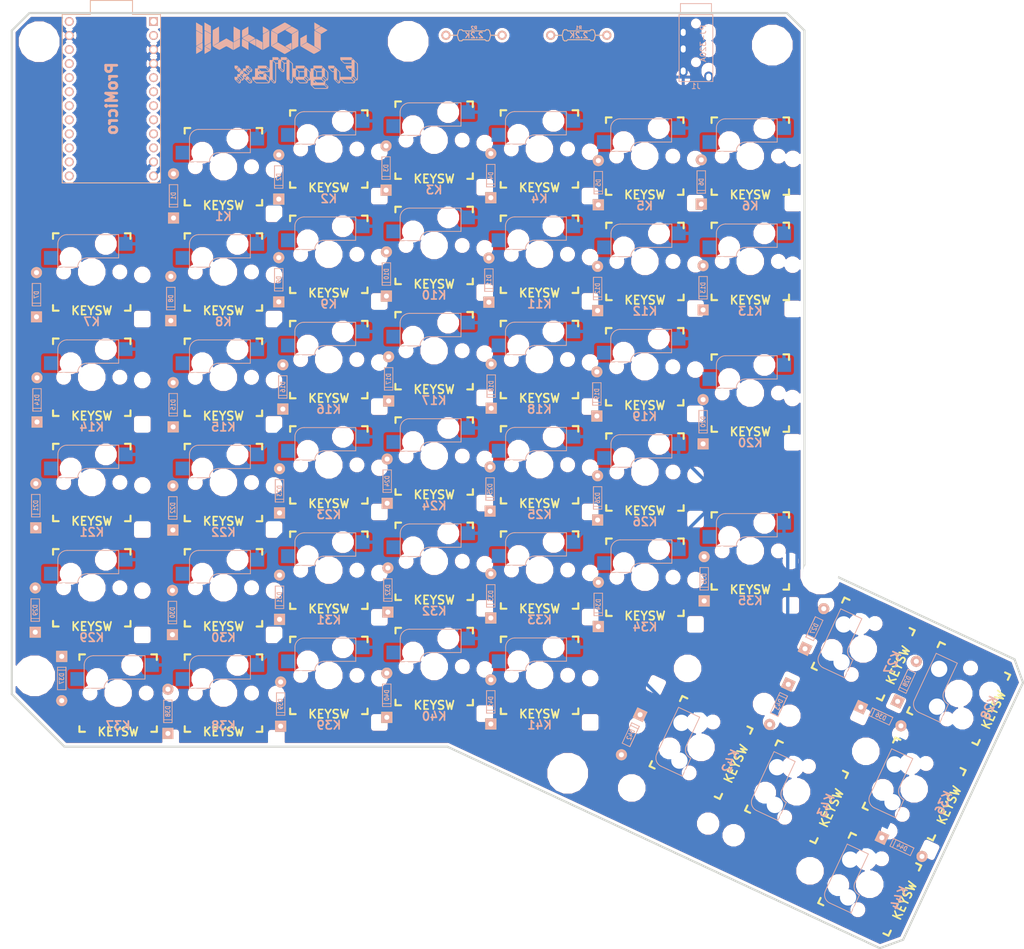
<source format=kicad_pcb>
(kicad_pcb (version 20171130) (host pcbnew "(5.0.1)-3")
  (layers (0 F.Cu signal) (31 B.Cu signal) (34 B.Paste user) (35 F.Paste user) (36 B.SilkS user) (37 F.SilkS user) (38 B.Mask user) (39 F.Mask user) (44 Edge.Cuts user))
  (net 0 "")
  (net 1 "Net-(D1-Pad2)")
  (net 2 /Col1)
  (net 3 "Net-(D2-Pad2)")
  (net 4 /Col2)
  (net 5 /Col3)
  (net 6 "Net-(D3-Pad2)")
  (net 7 "Net-(D4-Pad2)")
  (net 8 /Col4)
  (net 9 "Net-(D5-Pad2)")
  (net 10 /Col5)
  (net 11 /Col6)
  (net 12 "Net-(D6-Pad2)")
  (net 13 /Col0)
  (net 14 "Net-(D7-Pad2)")
  (net 15 "Net-(D8-Pad2)")
  (net 16 "Net-(D9-Pad2)")
  (net 17 "Net-(D10-Pad2)")
  (net 18 "Net-(D11-Pad2)")
  (net 19 "Net-(D12-Pad2)")
  (net 20 "Net-(D13-Pad2)")
  (net 21 "Net-(D14-Pad2)")
  (net 22 "Net-(D15-Pad2)")
  (net 23 "Net-(D16-Pad2)")
  (net 24 "Net-(D17-Pad2)")
  (net 25 "Net-(D18-Pad2)")
  (net 26 "Net-(D19-Pad2)")
  (net 27 "Net-(D20-Pad2)")
  (net 28 "Net-(D21-Pad2)")
  (net 29 "Net-(D22-Pad2)")
  (net 30 "Net-(D23-Pad2)")
  (net 31 "Net-(D24-Pad2)")
  (net 32 "Net-(D25-Pad2)")
  (net 33 "Net-(D26-Pad2)")
  (net 34 "Net-(D27-Pad2)")
  (net 35 /Col7)
  (net 36 "Net-(D28-Pad2)")
  (net 37 "Net-(D29-Pad2)")
  (net 38 "Net-(D30-Pad2)")
  (net 39 "Net-(D31-Pad2)")
  (net 40 "Net-(D32-Pad2)")
  (net 41 "Net-(D33-Pad2)")
  (net 42 "Net-(D34-Pad2)")
  (net 43 "Net-(D35-Pad2)")
  (net 44 "Net-(D36-Pad2)")
  (net 45 "Net-(D37-Pad2)")
  (net 46 "Net-(D38-Pad2)")
  (net 47 "Net-(D39-Pad2)")
  (net 48 "Net-(D40-Pad2)")
  (net 49 "Net-(D41-Pad2)")
  (net 50 "Net-(D42-Pad2)")
  (net 51 "Net-(D43-Pad2)")
  (net 52 "Net-(D44-Pad2)")
  (net 53 /Row0)
  (net 54 /Row1)
  (net 55 /Row2)
  (net 56 /Row3)
  (net 57 /Row4)
  (net 58 /Row5)
  (net 59 VCC)
  (net 60 SDA)
  (net 61 SCL)
  (net 62 "Net-(U1-Pad1)")
  (net 63 "Net-(U1-Pad2)")
  (net 64 GND)
  (net 65 "Net-(U1-Pad22)")
  (net 66 "Net-(U1-Pad24)")
  (module ErgoMax:ErgoMax-logo (layer B.Cu) (at 161.7853 46.70806 180)
    (fp_text reference Lg2 hide)
    (fp_text value Logo hide)
  )
  (module ErgoMax:LouWii-logo (layer B.Cu) (at 155.10764 40.61206 180)
    (fp_text reference Lg1 hide)
    (fp_text value Logo hide)
  )
  (module ErgoMax:Kailh_MX_Socket (layer B.Cu) (at 167.66 117.59024 180)
    (fp_text reference K23 (at 0 -9 180) (layer B.SilkS) (effects (font (size 1.524 1.524) (thickness 0.3048)) (justify mirror)))
    (fp_text value KEYSW (at 0 -7 180) (layer F.SilkS) (effects (font (size 1.524 1.524) (thickness 0.3048))))
    (pad 1 smd rect (at 7.36 2.54 180) (size 2.55 2.5) (layers B.Cu B.Paste B.Mask) (net 30 "Net-(D23-Pad2)"))
    (pad "" np_thru_hole circle (at 0 0 180) (size 3.98018 3.98018) (drill 3.98018) (layers *.Cu *.Mask))
    (pad "" np_thru_hole circle (at -2.54 5.08 180) (size 2.95 2.95) (drill 2.95) (layers *.Cu *.Mask))
    (pad "" np_thru_hole circle (at 3.81 2.54 180) (size 2.95 2.95) (drill 2.95) (layers *.Cu *.Mask))
    (pad 2 smd rect (at -6.09 5.08 180) (size 2.55 2.5) (layers B.Cu B.Paste B.Mask) (net 56 /Row3))
    (pad "" np_thru_hole circle (at -5.08 0 180) (size 1.7 1.7) (drill 1.7) (layers *.Cu *.Mask))
    (pad "" np_thru_hole circle (at 5.08 0 180) (size 1.7 1.7) (drill 1.7) (layers *.Cu *.Mask))
  )
  (module ErgoMax:Kailh_MX_Socket (layer B.Cu) (at 148.6016 120.78204 180)
    (fp_text reference K22 (at 0 -9 180) (layer B.SilkS) (effects (font (size 1.524 1.524) (thickness 0.3048)) (justify mirror)))
    (fp_text value KEYSW (at 0 -7 180) (layer F.SilkS) (effects (font (size 1.524 1.524) (thickness 0.3048))))
    (pad "" np_thru_hole circle (at 5.08 0 180) (size 1.7 1.7) (drill 1.7) (layers *.Cu *.Mask))
    (pad "" np_thru_hole circle (at -5.08 0 180) (size 1.7 1.7) (drill 1.7) (layers *.Cu *.Mask))
    (pad 2 smd rect (at -6.09 5.08 180) (size 2.55 2.5) (layers B.Cu B.Paste B.Mask) (net 56 /Row3))
    (pad "" np_thru_hole circle (at 3.81 2.54 180) (size 2.95 2.95) (drill 2.95) (layers *.Cu *.Mask))
    (pad "" np_thru_hole circle (at -2.54 5.08 180) (size 2.95 2.95) (drill 2.95) (layers *.Cu *.Mask))
    (pad "" np_thru_hole circle (at 0 0 180) (size 3.98018 3.98018) (drill 3.98018) (layers *.Cu *.Mask))
    (pad 1 smd rect (at 7.36 2.54 180) (size 2.55 2.5) (layers B.Cu B.Paste B.Mask) (net 29 "Net-(D22-Pad2)"))
  )
  (module ErgoMax:Kailh_MX_Socket (layer B.Cu) (at 124.8054 120.77384 180)
    (fp_text reference K21 (at 0 -9 180) (layer B.SilkS) (effects (font (size 1.524 1.524) (thickness 0.3048)) (justify mirror)))
    (fp_text value KEYSW (at 0 -7 180) (layer F.SilkS) (effects (font (size 1.524 1.524) (thickness 0.3048))))
    (pad 1 smd rect (at 7.36 2.54 180) (size 2.55 2.5) (layers B.Cu B.Paste B.Mask) (net 28 "Net-(D21-Pad2)"))
    (pad "" np_thru_hole circle (at 0 0 180) (size 3.98018 3.98018) (drill 3.98018) (layers *.Cu *.Mask))
    (pad "" np_thru_hole circle (at -2.54 5.08 180) (size 2.95 2.95) (drill 2.95) (layers *.Cu *.Mask))
    (pad "" np_thru_hole circle (at 3.81 2.54 180) (size 2.95 2.95) (drill 2.95) (layers *.Cu *.Mask))
    (pad 2 smd rect (at -6.09 5.08 180) (size 2.55 2.5) (layers B.Cu B.Paste B.Mask) (net 56 /Row3))
    (pad "" np_thru_hole circle (at -5.08 0 180) (size 1.7 1.7) (drill 1.7) (layers *.Cu *.Mask))
    (pad "" np_thru_hole circle (at 5.08 0 180) (size 1.7 1.7) (drill 1.7) (layers *.Cu *.Mask))
  )
  (module ErgoMax:Kailh_MX_Socket (layer B.Cu) (at 243.86 104.59564 180)
    (fp_text reference K20 (at 0 -9 180) (layer B.SilkS) (effects (font (size 1.524 1.524) (thickness 0.3048)) (justify mirror)))
    (fp_text value KEYSW (at 0 -7 180) (layer F.SilkS) (effects (font (size 1.524 1.524) (thickness 0.3048))))
    (pad "" np_thru_hole circle (at 5.08 0 180) (size 1.7 1.7) (drill 1.7) (layers *.Cu *.Mask))
    (pad "" np_thru_hole circle (at -5.08 0 180) (size 1.7 1.7) (drill 1.7) (layers *.Cu *.Mask))
    (pad 2 smd rect (at -6.09 5.08 180) (size 2.55 2.5) (layers B.Cu B.Paste B.Mask) (net 55 /Row2))
    (pad "" np_thru_hole circle (at 3.81 2.54 180) (size 2.95 2.95) (drill 2.95) (layers *.Cu *.Mask))
    (pad "" np_thru_hole circle (at -2.54 5.08 180) (size 2.95 2.95) (drill 2.95) (layers *.Cu *.Mask))
    (pad "" np_thru_hole circle (at 0 0 180) (size 3.98018 3.98018) (drill 3.98018) (layers *.Cu *.Mask))
    (pad 1 smd rect (at 7.36 2.54 180) (size 2.55 2.5) (layers B.Cu B.Paste B.Mask) (net 27 "Net-(D20-Pad2)"))
  )
  (module ErgoMax:Kailh_MX_Socket (layer B.Cu) (at 224.7676 99.83604 180)
    (fp_text reference K19 (at 0 -9 180) (layer B.SilkS) (effects (font (size 1.524 1.524) (thickness 0.3048)) (justify mirror)))
    (fp_text value KEYSW (at 0 -7 180) (layer F.SilkS) (effects (font (size 1.524 1.524) (thickness 0.3048))))
    (pad 1 smd rect (at 7.36 2.54 180) (size 2.55 2.5) (layers B.Cu B.Paste B.Mask) (net 26 "Net-(D19-Pad2)"))
    (pad "" np_thru_hole circle (at 0 0 180) (size 3.98018 3.98018) (drill 3.98018) (layers *.Cu *.Mask))
    (pad "" np_thru_hole circle (at -2.54 5.08 180) (size 2.95 2.95) (drill 2.95) (layers *.Cu *.Mask))
    (pad "" np_thru_hole circle (at 3.81 2.54 180) (size 2.95 2.95) (drill 2.95) (layers *.Cu *.Mask))
    (pad 2 smd rect (at -6.09 5.08 180) (size 2.55 2.5) (layers B.Cu B.Paste B.Mask) (net 55 /Row2))
    (pad "" np_thru_hole circle (at -5.08 0 180) (size 1.7 1.7) (drill 1.7) (layers *.Cu *.Mask))
    (pad "" np_thru_hole circle (at 5.08 0 180) (size 1.7 1.7) (drill 1.7) (layers *.Cu *.Mask))
  )
  (module ErgoMax:Kailh_MX_Socket (layer B.Cu) (at 205.73444 98.52526 180)
    (fp_text reference K18 (at 0 -9 180) (layer B.SilkS) (effects (font (size 1.524 1.524) (thickness 0.3048)) (justify mirror)))
    (fp_text value KEYSW (at 0 -7 180) (layer F.SilkS) (effects (font (size 1.524 1.524) (thickness 0.3048))))
    (pad "" np_thru_hole circle (at 5.08 0 180) (size 1.7 1.7) (drill 1.7) (layers *.Cu *.Mask))
    (pad "" np_thru_hole circle (at -5.08 0 180) (size 1.7 1.7) (drill 1.7) (layers *.Cu *.Mask))
    (pad 2 smd rect (at -6.09 5.08 180) (size 2.55 2.5) (layers B.Cu B.Paste B.Mask) (net 55 /Row2))
    (pad "" np_thru_hole circle (at 3.81 2.54 180) (size 2.95 2.95) (drill 2.95) (layers *.Cu *.Mask))
    (pad "" np_thru_hole circle (at -2.54 5.08 180) (size 2.95 2.95) (drill 2.95) (layers *.Cu *.Mask))
    (pad "" np_thru_hole circle (at 0 0 180) (size 3.98018 3.98018) (drill 3.98018) (layers *.Cu *.Mask))
    (pad 1 smd rect (at 7.36 2.54 180) (size 2.55 2.5) (layers B.Cu B.Paste B.Mask) (net 25 "Net-(D18-Pad2)"))
  )
  (module ErgoMax:Kailh_MX_Socket (layer B.Cu) (at 186.68904 96.93954 180)
    (fp_text reference K17 (at 0 -9 180) (layer B.SilkS) (effects (font (size 1.524 1.524) (thickness 0.3048)) (justify mirror)))
    (fp_text value KEYSW (at 0 -7 180) (layer F.SilkS) (effects (font (size 1.524 1.524) (thickness 0.3048))))
    (pad 1 smd rect (at 7.36 2.54 180) (size 2.55 2.5) (layers B.Cu B.Paste B.Mask) (net 24 "Net-(D17-Pad2)"))
    (pad "" np_thru_hole circle (at 0 0 180) (size 3.98018 3.98018) (drill 3.98018) (layers *.Cu *.Mask))
    (pad "" np_thru_hole circle (at -2.54 5.08 180) (size 2.95 2.95) (drill 2.95) (layers *.Cu *.Mask))
    (pad "" np_thru_hole circle (at 3.81 2.54 180) (size 2.95 2.95) (drill 2.95) (layers *.Cu *.Mask))
    (pad 2 smd rect (at -6.09 5.08 180) (size 2.55 2.5) (layers B.Cu B.Paste B.Mask) (net 55 /Row2))
    (pad "" np_thru_hole circle (at -5.08 0 180) (size 1.7 1.7) (drill 1.7) (layers *.Cu *.Mask))
    (pad "" np_thru_hole circle (at 5.08 0 180) (size 1.7 1.7) (drill 1.7) (layers *.Cu *.Mask))
  )
  (module ErgoMax:Kailh_MX_Socket (layer B.Cu) (at 167.6446 98.54262 180)
    (fp_text reference K16 (at 0 -9 180) (layer B.SilkS) (effects (font (size 1.524 1.524) (thickness 0.3048)) (justify mirror)))
    (fp_text value KEYSW (at 0 -7 180) (layer F.SilkS) (effects (font (size 1.524 1.524) (thickness 0.3048))))
    (pad "" np_thru_hole circle (at 5.08 0 180) (size 1.7 1.7) (drill 1.7) (layers *.Cu *.Mask))
    (pad "" np_thru_hole circle (at -5.08 0 180) (size 1.7 1.7) (drill 1.7) (layers *.Cu *.Mask))
    (pad 2 smd rect (at -6.09 5.08 180) (size 2.55 2.5) (layers B.Cu B.Paste B.Mask) (net 55 /Row2))
    (pad "" np_thru_hole circle (at 3.81 2.54 180) (size 2.95 2.95) (drill 2.95) (layers *.Cu *.Mask))
    (pad "" np_thru_hole circle (at -2.54 5.08 180) (size 2.95 2.95) (drill 2.95) (layers *.Cu *.Mask))
    (pad "" np_thru_hole circle (at 0 0 180) (size 3.98018 3.98018) (drill 3.98018) (layers *.Cu *.Mask))
    (pad 1 smd rect (at 7.36 2.54 180) (size 2.55 2.5) (layers B.Cu B.Paste B.Mask) (net 23 "Net-(D16-Pad2)"))
  )
  (module ErgoMax:Kailh_MX_Socket (layer B.Cu) (at 148.59586 101.74334 180)
    (fp_text reference K15 (at 0 -9 180) (layer B.SilkS) (effects (font (size 1.524 1.524) (thickness 0.3048)) (justify mirror)))
    (fp_text value KEYSW (at 0 -7 180) (layer F.SilkS) (effects (font (size 1.524 1.524) (thickness 0.3048))))
    (pad 1 smd rect (at 7.36 2.54 180) (size 2.55 2.5) (layers B.Cu B.Paste B.Mask) (net 22 "Net-(D15-Pad2)"))
    (pad "" np_thru_hole circle (at 0 0 180) (size 3.98018 3.98018) (drill 3.98018) (layers *.Cu *.Mask))
    (pad "" np_thru_hole circle (at -2.54 5.08 180) (size 2.95 2.95) (drill 2.95) (layers *.Cu *.Mask))
    (pad "" np_thru_hole circle (at 3.81 2.54 180) (size 2.95 2.95) (drill 2.95) (layers *.Cu *.Mask))
    (pad 2 smd rect (at -6.09 5.08 180) (size 2.55 2.5) (layers B.Cu B.Paste B.Mask) (net 55 /Row2))
    (pad "" np_thru_hole circle (at -5.08 0 180) (size 1.7 1.7) (drill 1.7) (layers *.Cu *.Mask))
    (pad "" np_thru_hole circle (at 5.08 0 180) (size 1.7 1.7) (drill 1.7) (layers *.Cu *.Mask))
  )
  (module ErgoMax:Kailh_MX_Socket (layer B.Cu) (at 124.79508 101.73374 180)
    (fp_text reference K14 (at 0 -9 180) (layer B.SilkS) (effects (font (size 1.524 1.524) (thickness 0.3048)) (justify mirror)))
    (fp_text value KEYSW (at 0 -7 180) (layer F.SilkS) (effects (font (size 1.524 1.524) (thickness 0.3048))))
    (pad "" np_thru_hole circle (at 5.08 0 180) (size 1.7 1.7) (drill 1.7) (layers *.Cu *.Mask))
    (pad "" np_thru_hole circle (at -5.08 0 180) (size 1.7 1.7) (drill 1.7) (layers *.Cu *.Mask))
    (pad 2 smd rect (at -6.09 5.08 180) (size 2.55 2.5) (layers B.Cu B.Paste B.Mask) (net 55 /Row2))
    (pad "" np_thru_hole circle (at 3.81 2.54 180) (size 2.95 2.95) (drill 2.95) (layers *.Cu *.Mask))
    (pad "" np_thru_hole circle (at -2.54 5.08 180) (size 2.95 2.95) (drill 2.95) (layers *.Cu *.Mask))
    (pad "" np_thru_hole circle (at 0 0 180) (size 3.98018 3.98018) (drill 3.98018) (layers *.Cu *.Mask))
    (pad 1 smd rect (at 7.36 2.54 180) (size 2.55 2.5) (layers B.Cu B.Paste B.Mask) (net 21 "Net-(D14-Pad2)"))
  )
  (module ErgoMax:Kailh_MX_Socket (layer B.Cu) (at 186.71 115.98724 180)
    (fp_text reference K24 (at 0 -9 180) (layer B.SilkS) (effects (font (size 1.524 1.524) (thickness 0.3048)) (justify mirror)))
    (fp_text value KEYSW (at 0 -7 180) (layer F.SilkS) (effects (font (size 1.524 1.524) (thickness 0.3048))))
    (pad 1 smd rect (at 7.36 2.54 180) (size 2.55 2.5) (layers B.Cu B.Paste B.Mask) (net 31 "Net-(D24-Pad2)"))
    (pad "" np_thru_hole circle (at 0 0 180) (size 3.98018 3.98018) (drill 3.98018) (layers *.Cu *.Mask))
    (pad "" np_thru_hole circle (at -2.54 5.08 180) (size 2.95 2.95) (drill 2.95) (layers *.Cu *.Mask))
    (pad "" np_thru_hole circle (at 3.81 2.54 180) (size 2.95 2.95) (drill 2.95) (layers *.Cu *.Mask))
    (pad 2 smd rect (at -6.09 5.08 180) (size 2.55 2.5) (layers B.Cu B.Paste B.Mask) (net 56 /Row3))
    (pad "" np_thru_hole circle (at -5.08 0 180) (size 1.7 1.7) (drill 1.7) (layers *.Cu *.Mask))
    (pad "" np_thru_hole circle (at 5.08 0 180) (size 1.7 1.7) (drill 1.7) (layers *.Cu *.Mask))
  )
  (module ErgoMax:Kailh_MX_Socket (layer B.Cu) (at 224.81 80.78352 180)
    (fp_text reference K12 (at 0 -9 180) (layer B.SilkS) (effects (font (size 1.524 1.524) (thickness 0.3048)) (justify mirror)))
    (fp_text value KEYSW (at 0 -7 180) (layer F.SilkS) (effects (font (size 1.524 1.524) (thickness 0.3048))))
    (pad "" np_thru_hole circle (at 5.08 0 180) (size 1.7 1.7) (drill 1.7) (layers *.Cu *.Mask))
    (pad "" np_thru_hole circle (at -5.08 0 180) (size 1.7 1.7) (drill 1.7) (layers *.Cu *.Mask))
    (pad 2 smd rect (at -6.09 5.08 180) (size 2.55 2.5) (layers B.Cu B.Paste B.Mask) (net 54 /Row1))
    (pad "" np_thru_hole circle (at 3.81 2.54 180) (size 2.95 2.95) (drill 2.95) (layers *.Cu *.Mask))
    (pad "" np_thru_hole circle (at -2.54 5.08 180) (size 2.95 2.95) (drill 2.95) (layers *.Cu *.Mask))
    (pad "" np_thru_hole circle (at 0 0 180) (size 3.98018 3.98018) (drill 3.98018) (layers *.Cu *.Mask))
    (pad 1 smd rect (at 7.36 2.54 180) (size 2.55 2.5) (layers B.Cu B.Paste B.Mask) (net 19 "Net-(D12-Pad2)"))
  )
  (module ErgoMax:Kailh_MX_Socket (layer B.Cu) (at 205.7346 79.48742 180)
    (fp_text reference K11 (at 0 -9 180) (layer B.SilkS) (effects (font (size 1.524 1.524) (thickness 0.3048)) (justify mirror)))
    (fp_text value KEYSW (at 0 -7 180) (layer F.SilkS) (effects (font (size 1.524 1.524) (thickness 0.3048))))
    (pad 1 smd rect (at 7.36 2.54 180) (size 2.55 2.5) (layers B.Cu B.Paste B.Mask) (net 18 "Net-(D11-Pad2)"))
    (pad "" np_thru_hole circle (at 0 0 180) (size 3.98018 3.98018) (drill 3.98018) (layers *.Cu *.Mask))
    (pad "" np_thru_hole circle (at -2.54 5.08 180) (size 2.95 2.95) (drill 2.95) (layers *.Cu *.Mask))
    (pad "" np_thru_hole circle (at 3.81 2.54 180) (size 2.95 2.95) (drill 2.95) (layers *.Cu *.Mask))
    (pad 2 smd rect (at -6.09 5.08 180) (size 2.55 2.5) (layers B.Cu B.Paste B.Mask) (net 54 /Row1))
    (pad "" np_thru_hole circle (at -5.08 0 180) (size 1.7 1.7) (drill 1.7) (layers *.Cu *.Mask))
    (pad "" np_thru_hole circle (at 5.08 0 180) (size 1.7 1.7) (drill 1.7) (layers *.Cu *.Mask))
  )
  (module ErgoMax:Kailh_MX_Socket (layer B.Cu) (at 186.6927 77.89508 180)
    (fp_text reference K10 (at 0 -9 180) (layer B.SilkS) (effects (font (size 1.524 1.524) (thickness 0.3048)) (justify mirror)))
    (fp_text value KEYSW (at 0 -7 180) (layer F.SilkS) (effects (font (size 1.524 1.524) (thickness 0.3048))))
    (pad "" np_thru_hole circle (at 5.08 0 180) (size 1.7 1.7) (drill 1.7) (layers *.Cu *.Mask))
    (pad "" np_thru_hole circle (at -5.08 0 180) (size 1.7 1.7) (drill 1.7) (layers *.Cu *.Mask))
    (pad 2 smd rect (at -6.09 5.08 180) (size 2.55 2.5) (layers B.Cu B.Paste B.Mask) (net 54 /Row1))
    (pad "" np_thru_hole circle (at 3.81 2.54 180) (size 2.95 2.95) (drill 2.95) (layers *.Cu *.Mask))
    (pad "" np_thru_hole circle (at -2.54 5.08 180) (size 2.95 2.95) (drill 2.95) (layers *.Cu *.Mask))
    (pad "" np_thru_hole circle (at 0 0 180) (size 3.98018 3.98018) (drill 3.98018) (layers *.Cu *.Mask))
    (pad 1 smd rect (at 7.36 2.54 180) (size 2.55 2.5) (layers B.Cu B.Paste B.Mask) (net 17 "Net-(D10-Pad2)"))
  )
  (module ErgoMax:Kailh_MX_Socket (layer B.Cu) (at 167.6471 79.50064 180)
    (fp_text reference K9 (at 0 -9 180) (layer B.SilkS) (effects (font (size 1.524 1.524) (thickness 0.3048)) (justify mirror)))
    (fp_text value KEYSW (at 0 -7 180) (layer F.SilkS) (effects (font (size 1.524 1.524) (thickness 0.3048))))
    (pad 1 smd rect (at 7.36 2.54 180) (size 2.55 2.5) (layers B.Cu B.Paste B.Mask) (net 16 "Net-(D9-Pad2)"))
    (pad "" np_thru_hole circle (at 0 0 180) (size 3.98018 3.98018) (drill 3.98018) (layers *.Cu *.Mask))
    (pad "" np_thru_hole circle (at -2.54 5.08 180) (size 2.95 2.95) (drill 2.95) (layers *.Cu *.Mask))
    (pad "" np_thru_hole circle (at 3.81 2.54 180) (size 2.95 2.95) (drill 2.95) (layers *.Cu *.Mask))
    (pad 2 smd rect (at -6.09 5.08 180) (size 2.55 2.5) (layers B.Cu B.Paste B.Mask) (net 54 /Row1))
    (pad "" np_thru_hole circle (at -5.08 0 180) (size 1.7 1.7) (drill 1.7) (layers *.Cu *.Mask))
    (pad "" np_thru_hole circle (at 5.08 0 180) (size 1.7 1.7) (drill 1.7) (layers *.Cu *.Mask))
  )
  (module ErgoMax:Kailh_MX_Socket (layer B.Cu) (at 148.5971 82.69064 180)
    (fp_text reference K8 (at 0 -9 180) (layer B.SilkS) (effects (font (size 1.524 1.524) (thickness 0.3048)) (justify mirror)))
    (fp_text value KEYSW (at 0 -7 180) (layer F.SilkS) (effects (font (size 1.524 1.524) (thickness 0.3048))))
    (pad "" np_thru_hole circle (at 5.08 0 180) (size 1.7 1.7) (drill 1.7) (layers *.Cu *.Mask))
    (pad "" np_thru_hole circle (at -5.08 0 180) (size 1.7 1.7) (drill 1.7) (layers *.Cu *.Mask))
    (pad 2 smd rect (at -6.09 5.08 180) (size 2.55 2.5) (layers B.Cu B.Paste B.Mask) (net 54 /Row1))
    (pad "" np_thru_hole circle (at 3.81 2.54 180) (size 2.95 2.95) (drill 2.95) (layers *.Cu *.Mask))
    (pad "" np_thru_hole circle (at -2.54 5.08 180) (size 2.95 2.95) (drill 2.95) (layers *.Cu *.Mask))
    (pad "" np_thru_hole circle (at 0 0 180) (size 3.98018 3.98018) (drill 3.98018) (layers *.Cu *.Mask))
    (pad 1 smd rect (at 7.36 2.54 180) (size 2.55 2.5) (layers B.Cu B.Paste B.Mask) (net 15 "Net-(D8-Pad2)"))
  )
  (module ErgoMax:Kailh_MX_Socket (layer B.Cu) (at 124.79168 82.69064 180)
    (fp_text reference K7 (at 0 -9 180) (layer B.SilkS) (effects (font (size 1.524 1.524) (thickness 0.3048)) (justify mirror)))
    (fp_text value KEYSW (at 0 -7 180) (layer F.SilkS) (effects (font (size 1.524 1.524) (thickness 0.3048))))
    (pad 1 smd rect (at 7.36 2.54 180) (size 2.55 2.5) (layers B.Cu B.Paste B.Mask) (net 14 "Net-(D7-Pad2)"))
    (pad "" np_thru_hole circle (at 0 0 180) (size 3.98018 3.98018) (drill 3.98018) (layers *.Cu *.Mask))
    (pad "" np_thru_hole circle (at -2.54 5.08 180) (size 2.95 2.95) (drill 2.95) (layers *.Cu *.Mask))
    (pad "" np_thru_hole circle (at 3.81 2.54 180) (size 2.95 2.95) (drill 2.95) (layers *.Cu *.Mask))
    (pad 2 smd rect (at -6.09 5.08 180) (size 2.55 2.5) (layers B.Cu B.Paste B.Mask) (net 54 /Row1))
    (pad "" np_thru_hole circle (at -5.08 0 180) (size 1.7 1.7) (drill 1.7) (layers *.Cu *.Mask))
    (pad "" np_thru_hole circle (at 5.08 0 180) (size 1.7 1.7) (drill 1.7) (layers *.Cu *.Mask))
  )
  (module ErgoMax:Kailh_MX_Socket (layer B.Cu) (at 243.86 61.73564 180)
    (fp_text reference K6 (at 0 -9 180) (layer B.SilkS) (effects (font (size 1.524 1.524) (thickness 0.3048)) (justify mirror)))
    (fp_text value KEYSW (at 0 -7 180) (layer F.SilkS) (effects (font (size 1.524 1.524) (thickness 0.3048))))
    (pad "" np_thru_hole circle (at 5.08 0 180) (size 1.7 1.7) (drill 1.7) (layers *.Cu *.Mask))
    (pad "" np_thru_hole circle (at -5.08 0 180) (size 1.7 1.7) (drill 1.7) (layers *.Cu *.Mask))
    (pad 2 smd rect (at -6.09 5.08 180) (size 2.55 2.5) (layers B.Cu B.Paste B.Mask) (net 53 /Row0))
    (pad "" np_thru_hole circle (at 3.81 2.54 180) (size 2.95 2.95) (drill 2.95) (layers *.Cu *.Mask))
    (pad "" np_thru_hole circle (at -2.54 5.08 180) (size 2.95 2.95) (drill 2.95) (layers *.Cu *.Mask))
    (pad "" np_thru_hole circle (at 0 0 180) (size 3.98018 3.98018) (drill 3.98018) (layers *.Cu *.Mask))
    (pad 1 smd rect (at 7.36 2.54 180) (size 2.55 2.5) (layers B.Cu B.Paste B.Mask) (net 12 "Net-(D6-Pad2)"))
  )
  (module ErgoMax:Kailh_MX_Socket (layer B.Cu) (at 224.767751 61.73364 180)
    (fp_text reference K5 (at 0 -9 180) (layer B.SilkS) (effects (font (size 1.524 1.524) (thickness 0.3048)) (justify mirror)))
    (fp_text value KEYSW (at 0 -7 180) (layer F.SilkS) (effects (font (size 1.524 1.524) (thickness 0.3048))))
    (pad 1 smd rect (at 7.36 2.54 180) (size 2.55 2.5) (layers B.Cu B.Paste B.Mask) (net 9 "Net-(D5-Pad2)"))
    (pad "" np_thru_hole circle (at 0 0 180) (size 3.98018 3.98018) (drill 3.98018) (layers *.Cu *.Mask))
    (pad "" np_thru_hole circle (at -2.54 5.08 180) (size 2.95 2.95) (drill 2.95) (layers *.Cu *.Mask))
    (pad "" np_thru_hole circle (at 3.81 2.54 180) (size 2.95 2.95) (drill 2.95) (layers *.Cu *.Mask))
    (pad 2 smd rect (at -6.09 5.08 180) (size 2.55 2.5) (layers B.Cu B.Paste B.Mask) (net 53 /Row0))
    (pad "" np_thru_hole circle (at -5.08 0 180) (size 1.7 1.7) (drill 1.7) (layers *.Cu *.Mask))
    (pad "" np_thru_hole circle (at 5.08 0 180) (size 1.7 1.7) (drill 1.7) (layers *.Cu *.Mask))
  )
  (module ErgoMax:Kailh_MX_Socket (layer B.Cu) (at 205.73 60.43364 180)
    (fp_text reference K4 (at 0 -9 180) (layer B.SilkS) (effects (font (size 1.524 1.524) (thickness 0.3048)) (justify mirror)))
    (fp_text value KEYSW (at 0 -7 180) (layer F.SilkS) (effects (font (size 1.524 1.524) (thickness 0.3048))))
    (pad "" np_thru_hole circle (at 5.08 0 180) (size 1.7 1.7) (drill 1.7) (layers *.Cu *.Mask))
    (pad "" np_thru_hole circle (at -5.08 0 180) (size 1.7 1.7) (drill 1.7) (layers *.Cu *.Mask))
    (pad 2 smd rect (at -6.09 5.08 180) (size 2.55 2.5) (layers B.Cu B.Paste B.Mask) (net 53 /Row0))
    (pad "" np_thru_hole circle (at 3.81 2.54 180) (size 2.95 2.95) (drill 2.95) (layers *.Cu *.Mask))
    (pad "" np_thru_hole circle (at -2.54 5.08 180) (size 2.95 2.95) (drill 2.95) (layers *.Cu *.Mask))
    (pad "" np_thru_hole circle (at 0 0 180) (size 3.98018 3.98018) (drill 3.98018) (layers *.Cu *.Mask))
    (pad 1 smd rect (at 7.36 2.54 180) (size 2.55 2.5) (layers B.Cu B.Paste B.Mask) (net 7 "Net-(D4-Pad2)"))
  )
  (module ErgoMax:Kailh_MX_Socket (layer B.Cu) (at 186.69 58.84964 180)
    (fp_text reference K3 (at 0 -9 180) (layer B.SilkS) (effects (font (size 1.524 1.524) (thickness 0.3048)) (justify mirror)))
    (fp_text value KEYSW (at 0 -7 180) (layer F.SilkS) (effects (font (size 1.524 1.524) (thickness 0.3048))))
    (pad 1 smd rect (at 7.36 2.54 180) (size 2.55 2.5) (layers B.Cu B.Paste B.Mask) (net 6 "Net-(D3-Pad2)"))
    (pad "" np_thru_hole circle (at 0 0 180) (size 3.98018 3.98018) (drill 3.98018) (layers *.Cu *.Mask))
    (pad "" np_thru_hole circle (at -2.54 5.08 180) (size 2.95 2.95) (drill 2.95) (layers *.Cu *.Mask))
    (pad "" np_thru_hole circle (at 3.81 2.54 180) (size 2.95 2.95) (drill 2.95) (layers *.Cu *.Mask))
    (pad 2 smd rect (at -6.09 5.08 180) (size 2.55 2.5) (layers B.Cu B.Paste B.Mask) (net 53 /Row0))
    (pad "" np_thru_hole circle (at -5.08 0 180) (size 1.7 1.7) (drill 1.7) (layers *.Cu *.Mask))
    (pad "" np_thru_hole circle (at 5.08 0 180) (size 1.7 1.7) (drill 1.7) (layers *.Cu *.Mask))
  )
  (module ErgoMax:Kailh_MX_Socket (layer B.Cu) (at 148.6 63.65364 180)
    (fp_text reference K1 (at 0 -9 180) (layer B.SilkS) (effects (font (size 1.524 1.524) (thickness 0.3048)) (justify mirror)))
    (fp_text value KEYSW (at 0 -7 180) (layer F.SilkS) (effects (font (size 1.524 1.524) (thickness 0.3048))))
    (pad "" np_thru_hole circle (at 5.08 0 180) (size 1.7 1.7) (drill 1.7) (layers *.Cu *.Mask))
    (pad "" np_thru_hole circle (at -5.08 0 180) (size 1.7 1.7) (drill 1.7) (layers *.Cu *.Mask))
    (pad 2 smd rect (at -6.09 5.08 180) (size 2.55 2.5) (layers B.Cu B.Paste B.Mask) (net 53 /Row0))
    (pad "" np_thru_hole circle (at 3.81 2.54 180) (size 2.95 2.95) (drill 2.95) (layers *.Cu *.Mask))
    (pad "" np_thru_hole circle (at -2.54 5.08 180) (size 2.95 2.95) (drill 2.95) (layers *.Cu *.Mask))
    (pad "" np_thru_hole circle (at 0 0 180) (size 3.98018 3.98018) (drill 3.98018) (layers *.Cu *.Mask))
    (pad 1 smd rect (at 7.36 2.54 180) (size 2.55 2.5) (layers B.Cu B.Paste B.Mask) (net 1 "Net-(D1-Pad2)"))
  )
  (module ErgoMax:Kailh_MX_Socket (layer B.Cu) (at 243.86 80.77594 180)
    (fp_text reference K13 (at 0 -9 180) (layer B.SilkS) (effects (font (size 1.524 1.524) (thickness 0.3048)) (justify mirror)))
    (fp_text value KEYSW (at 0 -7 180) (layer F.SilkS) (effects (font (size 1.524 1.524) (thickness 0.3048))))
    (pad 1 smd rect (at 7.36 2.54 180) (size 2.55 2.5) (layers B.Cu B.Paste B.Mask) (net 20 "Net-(D13-Pad2)"))
    (pad "" np_thru_hole circle (at 0 0 180) (size 3.98018 3.98018) (drill 3.98018) (layers *.Cu *.Mask))
    (pad "" np_thru_hole circle (at -2.54 5.08 180) (size 2.95 2.95) (drill 2.95) (layers *.Cu *.Mask))
    (pad "" np_thru_hole circle (at 3.81 2.54 180) (size 2.95 2.95) (drill 2.95) (layers *.Cu *.Mask))
    (pad 2 smd rect (at -6.09 5.08 180) (size 2.55 2.5) (layers B.Cu B.Paste B.Mask) (net 54 /Row1))
    (pad "" np_thru_hole circle (at -5.08 0 180) (size 1.7 1.7) (drill 1.7) (layers *.Cu *.Mask))
    (pad "" np_thru_hole circle (at 5.08 0 180) (size 1.7 1.7) (drill 1.7) (layers *.Cu *.Mask))
  )
  (module ErgoMax:Kailh_MX_Socket (layer B.Cu) (at 265.450951 193.451188 245)
    (fp_text reference K44 (at 0 -5.878079 245) (layer B.SilkS) (effects (font (size 1.524 1.524) (thickness 0.3048)) (justify mirror)))
    (fp_text value KEYSW (at 0 -7.000001 245) (layer F.SilkS) (effects (font (size 1.524 1.524) (thickness 0.3048))))
    (pad "" np_thru_hole circle (at 5.08 0 245) (size 1.7 1.7) (drill 1.7) (layers *.Cu *.Mask))
    (pad "" np_thru_hole circle (at -5.08 0 245) (size 1.7 1.7) (drill 1.7) (layers *.Cu *.Mask))
    (pad 2 smd rect (at -6.09 5.08 245) (size 2.55 2.5) (layers B.Cu B.Paste B.Mask) (net 58 /Row5))
    (pad "" np_thru_hole circle (at 3.81 2.54 245) (size 2.95 2.95) (drill 2.95) (layers *.Cu *.Mask))
    (pad "" np_thru_hole circle (at -2.54 5.08 245) (size 2.95 2.95) (drill 2.95) (layers *.Cu *.Mask))
    (pad "" np_thru_hole circle (at 0 0 245) (size 3.98018 3.98018) (drill 3.98018) (layers *.Cu *.Mask))
    (pad 1 smd rect (at 7.36 2.54 245) (size 2.55 2.5) (layers B.Cu B.Paste B.Mask) (net 52 "Net-(D44-Pad2)"))
  )
  (module ErgoMax:Kailh_MX_Socket (layer B.Cu) (at 252.22308 176.726588 245)
    (fp_text reference K43 (at 0 -5.878079 245) (layer B.SilkS) (effects (font (size 1.524 1.524) (thickness 0.3048)) (justify mirror)))
    (fp_text value KEYSW (at 0 -7.000001 245) (layer F.SilkS) (effects (font (size 1.524 1.524) (thickness 0.3048))))
    (pad 1 smd rect (at 7.36 2.54 245) (size 2.55 2.5) (layers B.Cu B.Paste B.Mask) (net 51 "Net-(D43-Pad2)"))
    (pad "" np_thru_hole circle (at 0 0 245) (size 3.98018 3.98018) (drill 3.98018) (layers *.Cu *.Mask))
    (pad "" np_thru_hole circle (at -2.54 5.08 245) (size 2.95 2.95) (drill 2.95) (layers *.Cu *.Mask))
    (pad "" np_thru_hole circle (at 3.81 2.54 245) (size 2.95 2.95) (drill 2.95) (layers *.Cu *.Mask))
    (pad 2 smd rect (at -6.09 5.08 245) (size 2.55 2.5) (layers B.Cu B.Paste B.Mask) (net 58 /Row5))
    (pad "" np_thru_hole circle (at -5.08 0 245) (size 1.7 1.7) (drill 1.7) (layers *.Cu *.Mask))
    (pad "" np_thru_hole circle (at 5.08 0 245) (size 1.7 1.7) (drill 1.7) (layers *.Cu *.Mask))
  )
  (module ErgoMax:Kailh_MX_Socket (layer B.Cu) (at 234.952436 168.708408 245)
    (fp_text reference K42 (at 0 -5.878079 245) (layer B.SilkS) (effects (font (size 1.524 1.524) (thickness 0.3048)) (justify mirror)))
    (fp_text value KEYSW (at 0 -7.000001 245) (layer F.SilkS) (effects (font (size 1.524 1.524) (thickness 0.3048))))
    (pad "" np_thru_hole circle (at 5.08 0 245) (size 1.7 1.7) (drill 1.7) (layers *.Cu *.Mask))
    (pad "" np_thru_hole circle (at -5.08 0 245) (size 1.7 1.7) (drill 1.7) (layers *.Cu *.Mask))
    (pad 2 smd rect (at -6.09 5.08 245) (size 2.55 2.5) (layers B.Cu B.Paste B.Mask) (net 58 /Row5))
    (pad "" np_thru_hole circle (at 3.81 2.54 245) (size 2.95 2.95) (drill 2.95) (layers *.Cu *.Mask))
    (pad "" np_thru_hole circle (at -2.54 5.08 245) (size 2.95 2.95) (drill 2.95) (layers *.Cu *.Mask))
    (pad "" np_thru_hole circle (at 0 0 245) (size 3.98018 3.98018) (drill 3.98018) (layers *.Cu *.Mask))
    (pad 1 smd rect (at 7.36 2.54 245) (size 2.55 2.5) (layers B.Cu B.Paste B.Mask) (net 50 "Net-(D42-Pad2)"))
  )
  (module ErgoMax:Kailh_MX_Socket (layer B.Cu) (at 205.76 155.65 180)
    (fp_text reference K41 (at 0 -9 180) (layer B.SilkS) (effects (font (size 1.524 1.524) (thickness 0.3048)) (justify mirror)))
    (fp_text value KEYSW (at 0 -7 180) (layer F.SilkS) (effects (font (size 1.524 1.524) (thickness 0.3048))))
    (pad 1 smd rect (at 7.36 2.54 180) (size 2.55 2.5) (layers B.Cu B.Paste B.Mask) (net 49 "Net-(D41-Pad2)"))
    (pad "" np_thru_hole circle (at 0 0 180) (size 3.98018 3.98018) (drill 3.98018) (layers *.Cu *.Mask))
    (pad "" np_thru_hole circle (at -2.54 5.08 180) (size 2.95 2.95) (drill 2.95) (layers *.Cu *.Mask))
    (pad "" np_thru_hole circle (at 3.81 2.54 180) (size 2.95 2.95) (drill 2.95) (layers *.Cu *.Mask))
    (pad 2 smd rect (at -6.09 5.08 180) (size 2.55 2.5) (layers B.Cu B.Paste B.Mask) (net 58 /Row5))
    (pad "" np_thru_hole circle (at -5.08 0 180) (size 1.7 1.7) (drill 1.7) (layers *.Cu *.Mask))
    (pad "" np_thru_hole circle (at 5.08 0 180) (size 1.7 1.7) (drill 1.7) (layers *.Cu *.Mask))
  )
  (module ErgoMax:Kailh_MX_Socket (layer B.Cu) (at 186.71 154.07 180)
    (fp_text reference K40 (at 0 -9 180) (layer B.SilkS) (effects (font (size 1.524 1.524) (thickness 0.3048)) (justify mirror)))
    (fp_text value KEYSW (at 0 -7 180) (layer F.SilkS) (effects (font (size 1.524 1.524) (thickness 0.3048))))
    (pad "" np_thru_hole circle (at 5.08 0 180) (size 1.7 1.7) (drill 1.7) (layers *.Cu *.Mask))
    (pad "" np_thru_hole circle (at -5.08 0 180) (size 1.7 1.7) (drill 1.7) (layers *.Cu *.Mask))
    (pad 2 smd rect (at -6.09 5.08 180) (size 2.55 2.5) (layers B.Cu B.Paste B.Mask) (net 58 /Row5))
    (pad "" np_thru_hole circle (at 3.81 2.54 180) (size 2.95 2.95) (drill 2.95) (layers *.Cu *.Mask))
    (pad "" np_thru_hole circle (at -2.54 5.08 180) (size 2.95 2.95) (drill 2.95) (layers *.Cu *.Mask))
    (pad "" np_thru_hole circle (at 0 0 180) (size 3.98018 3.98018) (drill 3.98018) (layers *.Cu *.Mask))
    (pad 1 smd rect (at 7.36 2.54 180) (size 2.55 2.5) (layers B.Cu B.Paste B.Mask) (net 48 "Net-(D40-Pad2)"))
  )
  (module ErgoMax:Kailh_MX_Socket (layer B.Cu) (at 167.66 155.67 180)
    (fp_text reference K39 (at 0 -9 180) (layer B.SilkS) (effects (font (size 1.524 1.524) (thickness 0.3048)) (justify mirror)))
    (fp_text value KEYSW (at 0 -7 180) (layer F.SilkS) (effects (font (size 1.524 1.524) (thickness 0.3048))))
    (pad 1 smd rect (at 7.36 2.54 180) (size 2.55 2.5) (layers B.Cu B.Paste B.Mask) (net 47 "Net-(D39-Pad2)"))
    (pad "" np_thru_hole circle (at 0 0 180) (size 3.98018 3.98018) (drill 3.98018) (layers *.Cu *.Mask))
    (pad "" np_thru_hole circle (at -2.54 5.08 180) (size 2.95 2.95) (drill 2.95) (layers *.Cu *.Mask))
    (pad "" np_thru_hole circle (at 3.81 2.54 180) (size 2.95 2.95) (drill 2.95) (layers *.Cu *.Mask))
    (pad 2 smd rect (at -6.09 5.08 180) (size 2.55 2.5) (layers B.Cu B.Paste B.Mask) (net 58 /Row5))
    (pad "" np_thru_hole circle (at -5.08 0 180) (size 1.7 1.7) (drill 1.7) (layers *.Cu *.Mask))
    (pad "" np_thru_hole circle (at 5.08 0 180) (size 1.7 1.7) (drill 1.7) (layers *.Cu *.Mask))
  )
  (module ErgoMax:Kailh_MX_Socket (layer B.Cu) (at 148.61 158.87 180)
    (fp_text reference K38 (at 0 -5.87808 180) (layer B.SilkS) (effects (font (size 1.524 1.524) (thickness 0.3048)) (justify mirror)))
    (fp_text value KEYSW (at 0 -7 180) (layer F.SilkS) (effects (font (size 1.524 1.524) (thickness 0.3048))))
    (pad "" np_thru_hole circle (at 5.08 0 180) (size 1.7 1.7) (drill 1.7) (layers *.Cu *.Mask))
    (pad "" np_thru_hole circle (at -5.08 0 180) (size 1.7 1.7) (drill 1.7) (layers *.Cu *.Mask))
    (pad 2 smd rect (at -6.09 5.08 180) (size 2.55 2.5) (layers B.Cu B.Paste B.Mask) (net 58 /Row5))
    (pad "" np_thru_hole circle (at 3.81 2.54 180) (size 2.95 2.95) (drill 2.95) (layers *.Cu *.Mask))
    (pad "" np_thru_hole circle (at -2.54 5.08 180) (size 2.95 2.95) (drill 2.95) (layers *.Cu *.Mask))
    (pad "" np_thru_hole circle (at 0 0 180) (size 3.98018 3.98018) (drill 3.98018) (layers *.Cu *.Mask))
    (pad 1 smd rect (at 7.36 2.54 180) (size 2.55 2.5) (layers B.Cu B.Paste B.Mask) (net 46 "Net-(D38-Pad2)"))
  )
  (module ErgoMax:Kailh_MX_Socket (layer B.Cu) (at 129.56 158.87 180)
    (fp_text reference K37 (at 0 -5.87808 180) (layer B.SilkS) (effects (font (size 1.524 1.524) (thickness 0.3048)) (justify mirror)))
    (fp_text value KEYSW (at 0 -7 180) (layer F.SilkS) (effects (font (size 1.524 1.524) (thickness 0.3048))))
    (pad 1 smd rect (at 7.36 2.54 180) (size 2.55 2.5) (layers B.Cu B.Paste B.Mask) (net 45 "Net-(D37-Pad2)"))
    (pad "" np_thru_hole circle (at 0 0 180) (size 3.98018 3.98018) (drill 3.98018) (layers *.Cu *.Mask))
    (pad "" np_thru_hole circle (at -2.54 5.08 180) (size 2.95 2.95) (drill 2.95) (layers *.Cu *.Mask))
    (pad "" np_thru_hole circle (at 3.81 2.54 180) (size 2.95 2.95) (drill 2.95) (layers *.Cu *.Mask))
    (pad 2 smd rect (at -6.09 5.08 180) (size 2.55 2.5) (layers B.Cu B.Paste B.Mask) (net 58 /Row5))
    (pad "" np_thru_hole circle (at -5.08 0 180) (size 1.7 1.7) (drill 1.7) (layers *.Cu *.Mask))
    (pad "" np_thru_hole circle (at 5.08 0 180) (size 1.7 1.7) (drill 1.7) (layers *.Cu *.Mask))
  )
  (module ErgoMax:Kailh_MX_Socket (layer B.Cu) (at 273.483805 176.211556 245)
    (fp_text reference K36 (at 0 -5.878079 245) (layer B.SilkS) (effects (font (size 1.524 1.524) (thickness 0.3048)) (justify mirror)))
    (fp_text value KEYSW (at 0 -7.000001 245) (layer F.SilkS) (effects (font (size 1.524 1.524) (thickness 0.3048))))
    (pad "" np_thru_hole circle (at 5.08 0 245) (size 1.7 1.7) (drill 1.7) (layers *.Cu *.Mask))
    (pad "" np_thru_hole circle (at -5.08 0 245) (size 1.7 1.7) (drill 1.7) (layers *.Cu *.Mask))
    (pad 2 smd rect (at -6.09 5.08 245) (size 2.55 2.5) (layers B.Cu B.Paste B.Mask) (net 57 /Row4))
    (pad "" np_thru_hole circle (at 3.81 2.54 245) (size 2.95 2.95) (drill 2.95) (layers *.Cu *.Mask))
    (pad "" np_thru_hole circle (at -2.54 5.08 245) (size 2.95 2.95) (drill 2.95) (layers *.Cu *.Mask))
    (pad "" np_thru_hole circle (at 0 0 245) (size 3.98018 3.98018) (drill 3.98018) (layers *.Cu *.Mask))
    (pad 1 smd rect (at 7.36 2.54 245) (size 2.55 2.5) (layers B.Cu B.Paste B.Mask) (net 44 "Net-(D36-Pad2)"))
  )
  (module ErgoMax:Kailh_MX_Socket (layer B.Cu) (at 167.65 60.44704 180)
    (fp_text reference K2 (at 0 -9 180) (layer B.SilkS) (effects (font (size 1.524 1.524) (thickness 0.3048)) (justify mirror)))
    (fp_text value KEYSW (at 0 -7 180) (layer F.SilkS) (effects (font (size 1.524 1.524) (thickness 0.3048))))
    (pad 1 smd rect (at 7.36 2.54 180) (size 2.55 2.5) (layers B.Cu B.Paste B.Mask) (net 3 "Net-(D2-Pad2)"))
    (pad "" np_thru_hole circle (at 0 0 180) (size 3.98018 3.98018) (drill 3.98018) (layers *.Cu *.Mask))
    (pad "" np_thru_hole circle (at -2.54 5.08 180) (size 2.95 2.95) (drill 2.95) (layers *.Cu *.Mask))
    (pad "" np_thru_hole circle (at 3.81 2.54 180) (size 2.95 2.95) (drill 2.95) (layers *.Cu *.Mask))
    (pad 2 smd rect (at -6.09 5.08 180) (size 2.55 2.5) (layers B.Cu B.Paste B.Mask) (net 53 /Row0))
    (pad "" np_thru_hole circle (at -5.08 0 180) (size 1.7 1.7) (drill 1.7) (layers *.Cu *.Mask))
    (pad "" np_thru_hole circle (at 5.08 0 180) (size 1.7 1.7) (drill 1.7) (layers *.Cu *.Mask))
  )
  (module ErgoMax:Kailh_MX_Socket (layer B.Cu) (at 224.81 137.91 180)
    (fp_text reference K34 (at 0 -9 180) (layer B.SilkS) (effects (font (size 1.524 1.524) (thickness 0.3048)) (justify mirror)))
    (fp_text value KEYSW (at 0 -7 180) (layer F.SilkS) (effects (font (size 1.524 1.524) (thickness 0.3048))))
    (pad "" np_thru_hole circle (at 5.08 0 180) (size 1.7 1.7) (drill 1.7) (layers *.Cu *.Mask))
    (pad "" np_thru_hole circle (at -5.08 0 180) (size 1.7 1.7) (drill 1.7) (layers *.Cu *.Mask))
    (pad 2 smd rect (at -6.09 5.08 180) (size 2.55 2.5) (layers B.Cu B.Paste B.Mask) (net 57 /Row4))
    (pad "" np_thru_hole circle (at 3.81 2.54 180) (size 2.95 2.95) (drill 2.95) (layers *.Cu *.Mask))
    (pad "" np_thru_hole circle (at -2.54 5.08 180) (size 2.95 2.95) (drill 2.95) (layers *.Cu *.Mask))
    (pad "" np_thru_hole circle (at 0 0 180) (size 3.98018 3.98018) (drill 3.98018) (layers *.Cu *.Mask))
    (pad 1 smd rect (at 7.36 2.54 180) (size 2.55 2.5) (layers B.Cu B.Paste B.Mask) (net 42 "Net-(D34-Pad2)"))
  )
  (module ErgoMax:Kailh_MX_Socket (layer B.Cu) (at 205.76 136.61 180)
    (fp_text reference K33 (at 0 -9 180) (layer B.SilkS) (effects (font (size 1.524 1.524) (thickness 0.3048)) (justify mirror)))
    (fp_text value KEYSW (at 0 -7 180) (layer F.SilkS) (effects (font (size 1.524 1.524) (thickness 0.3048))))
    (pad 1 smd rect (at 7.36 2.54 180) (size 2.55 2.5) (layers B.Cu B.Paste B.Mask) (net 41 "Net-(D33-Pad2)"))
    (pad "" np_thru_hole circle (at 0 0 180) (size 3.98018 3.98018) (drill 3.98018) (layers *.Cu *.Mask))
    (pad "" np_thru_hole circle (at -2.54 5.08 180) (size 2.95 2.95) (drill 2.95) (layers *.Cu *.Mask))
    (pad "" np_thru_hole circle (at 3.81 2.54 180) (size 2.95 2.95) (drill 2.95) (layers *.Cu *.Mask))
    (pad 2 smd rect (at -6.09 5.08 180) (size 2.55 2.5) (layers B.Cu B.Paste B.Mask) (net 57 /Row4))
    (pad "" np_thru_hole circle (at -5.08 0 180) (size 1.7 1.7) (drill 1.7) (layers *.Cu *.Mask))
    (pad "" np_thru_hole circle (at 5.08 0 180) (size 1.7 1.7) (drill 1.7) (layers *.Cu *.Mask))
  )
  (module ErgoMax:Kailh_MX_Socket (layer B.Cu) (at 186.71 135.03 180)
    (fp_text reference K32 (at 0 -9 180) (layer B.SilkS) (effects (font (size 1.524 1.524) (thickness 0.3048)) (justify mirror)))
    (fp_text value KEYSW (at 0 -7 180) (layer F.SilkS) (effects (font (size 1.524 1.524) (thickness 0.3048))))
    (pad "" np_thru_hole circle (at 5.08 0 180) (size 1.7 1.7) (drill 1.7) (layers *.Cu *.Mask))
    (pad "" np_thru_hole circle (at -5.08 0 180) (size 1.7 1.7) (drill 1.7) (layers *.Cu *.Mask))
    (pad 2 smd rect (at -6.09 5.08 180) (size 2.55 2.5) (layers B.Cu B.Paste B.Mask) (net 57 /Row4))
    (pad "" np_thru_hole circle (at 3.81 2.54 180) (size 2.95 2.95) (drill 2.95) (layers *.Cu *.Mask))
    (pad "" np_thru_hole circle (at -2.54 5.08 180) (size 2.95 2.95) (drill 2.95) (layers *.Cu *.Mask))
    (pad "" np_thru_hole circle (at 0 0 180) (size 3.98018 3.98018) (drill 3.98018) (layers *.Cu *.Mask))
    (pad 1 smd rect (at 7.36 2.54 180) (size 2.55 2.5) (layers B.Cu B.Paste B.Mask) (net 40 "Net-(D32-Pad2)"))
  )
  (module ErgoMax:Kailh_MX_Socket (layer B.Cu) (at 167.66 136.64 180)
    (fp_text reference K31 (at 0 -9 180) (layer B.SilkS) (effects (font (size 1.524 1.524) (thickness 0.3048)) (justify mirror)))
    (fp_text value KEYSW (at 0 -7 180) (layer F.SilkS) (effects (font (size 1.524 1.524) (thickness 0.3048))))
    (pad 1 smd rect (at 7.36 2.54 180) (size 2.55 2.5) (layers B.Cu B.Paste B.Mask) (net 39 "Net-(D31-Pad2)"))
    (pad "" np_thru_hole circle (at 0 0 180) (size 3.98018 3.98018) (drill 3.98018) (layers *.Cu *.Mask))
    (pad "" np_thru_hole circle (at -2.54 5.08 180) (size 2.95 2.95) (drill 2.95) (layers *.Cu *.Mask))
    (pad "" np_thru_hole circle (at 3.81 2.54 180) (size 2.95 2.95) (drill 2.95) (layers *.Cu *.Mask))
    (pad 2 smd rect (at -6.09 5.08 180) (size 2.55 2.5) (layers B.Cu B.Paste B.Mask) (net 57 /Row4))
    (pad "" np_thru_hole circle (at -5.08 0 180) (size 1.7 1.7) (drill 1.7) (layers *.Cu *.Mask))
    (pad "" np_thru_hole circle (at 5.08 0 180) (size 1.7 1.7) (drill 1.7) (layers *.Cu *.Mask))
  )
  (module ErgoMax:Kailh_MX_Socket (layer B.Cu) (at 148.61 139.82 180)
    (fp_text reference K30 (at 0 -9 180) (layer B.SilkS) (effects (font (size 1.524 1.524) (thickness 0.3048)) (justify mirror)))
    (fp_text value KEYSW (at 0 -7 180) (layer F.SilkS) (effects (font (size 1.524 1.524) (thickness 0.3048))))
    (pad "" np_thru_hole circle (at 5.08 0 180) (size 1.7 1.7) (drill 1.7) (layers *.Cu *.Mask))
    (pad "" np_thru_hole circle (at -5.08 0 180) (size 1.7 1.7) (drill 1.7) (layers *.Cu *.Mask))
    (pad 2 smd rect (at -6.09 5.08 180) (size 2.55 2.5) (layers B.Cu B.Paste B.Mask) (net 57 /Row4))
    (pad "" np_thru_hole circle (at 3.81 2.54 180) (size 2.95 2.95) (drill 2.95) (layers *.Cu *.Mask))
    (pad "" np_thru_hole circle (at -2.54 5.08 180) (size 2.95 2.95) (drill 2.95) (layers *.Cu *.Mask))
    (pad "" np_thru_hole circle (at 0 0 180) (size 3.98018 3.98018) (drill 3.98018) (layers *.Cu *.Mask))
    (pad 1 smd rect (at 7.36 2.54 180) (size 2.55 2.5) (layers B.Cu B.Paste B.Mask) (net 38 "Net-(D30-Pad2)"))
  )
  (module ErgoMax:Kailh_MX_Socket (layer B.Cu) (at 124.8 139.82 180)
    (fp_text reference K29 (at 0 -9 180) (layer B.SilkS) (effects (font (size 1.524 1.524) (thickness 0.3048)) (justify mirror)))
    (fp_text value KEYSW (at 0 -7 180) (layer F.SilkS) (effects (font (size 1.524 1.524) (thickness 0.3048))))
    (pad 1 smd rect (at 7.36 2.54 180) (size 2.55 2.5) (layers B.Cu B.Paste B.Mask) (net 37 "Net-(D29-Pad2)"))
    (pad "" np_thru_hole circle (at 0 0 180) (size 3.98018 3.98018) (drill 3.98018) (layers *.Cu *.Mask))
    (pad "" np_thru_hole circle (at -2.54 5.08 180) (size 2.95 2.95) (drill 2.95) (layers *.Cu *.Mask))
    (pad "" np_thru_hole circle (at 3.81 2.54 180) (size 2.95 2.95) (drill 2.95) (layers *.Cu *.Mask))
    (pad 2 smd rect (at -6.09 5.08 180) (size 2.55 2.5) (layers B.Cu B.Paste B.Mask) (net 57 /Row4))
    (pad "" np_thru_hole circle (at -5.08 0 180) (size 1.7 1.7) (drill 1.7) (layers *.Cu *.Mask))
    (pad "" np_thru_hole circle (at 5.08 0 180) (size 1.7 1.7) (drill 1.7) (layers *.Cu *.Mask))
  )
  (module ErgoMax:Kailh_MX_Socket (layer B.Cu) (at 281.534682 158.946393 245)
    (fp_text reference K28 (at 0.000001 -6.121919 245) (layer B.SilkS) (effects (font (size 1.524 1.524) (thickness 0.3048)) (justify mirror)))
    (fp_text value KEYSW (at 0 -7.000001 245) (layer F.SilkS) (effects (font (size 1.524 1.524) (thickness 0.3048))))
    (pad "" np_thru_hole circle (at 5.08 0 245) (size 1.7 1.7) (drill 1.7) (layers *.Cu *.Mask))
    (pad "" np_thru_hole circle (at -5.08 0 245) (size 1.7 1.7) (drill 1.7) (layers *.Cu *.Mask))
    (pad 2 smd rect (at -6.09 5.08 245) (size 2.55 2.5) (layers B.Cu B.Paste B.Mask) (net 56 /Row3))
    (pad "" np_thru_hole circle (at 3.81 2.54 245) (size 2.95 2.95) (drill 2.95) (layers *.Cu *.Mask))
    (pad "" np_thru_hole circle (at -2.54 5.08 245) (size 2.95 2.95) (drill 2.95) (layers *.Cu *.Mask))
    (pad "" np_thru_hole circle (at 0 0 245) (size 3.98018 3.98018) (drill 3.98018) (layers *.Cu *.Mask))
    (pad 1 smd rect (at 7.36 2.54 245) (size 2.55 2.5) (layers B.Cu B.Paste B.Mask) (net 36 "Net-(D28-Pad2)"))
  )
  (module ErgoMax:Kailh_MX_Socket (layer B.Cu) (at 264.274894 150.896396 245)
    (fp_text reference K27 (at 0 -5.878079 245) (layer B.SilkS) (effects (font (size 1.524 1.524) (thickness 0.3048)) (justify mirror)))
    (fp_text value KEYSW (at 0 -7.000001 245) (layer F.SilkS) (effects (font (size 1.524 1.524) (thickness 0.3048))))
    (pad 1 smd rect (at 7.36 2.54 245) (size 2.55 2.5) (layers B.Cu B.Paste B.Mask) (net 34 "Net-(D27-Pad2)"))
    (pad "" np_thru_hole circle (at 0 0 245) (size 3.98018 3.98018) (drill 3.98018) (layers *.Cu *.Mask))
    (pad "" np_thru_hole circle (at -2.54 5.08 245) (size 2.95 2.95) (drill 2.95) (layers *.Cu *.Mask))
    (pad "" np_thru_hole circle (at 3.81 2.54 245) (size 2.95 2.95) (drill 2.95) (layers *.Cu *.Mask))
    (pad 2 smd rect (at -6.09 5.08 245) (size 2.55 2.5) (layers B.Cu B.Paste B.Mask) (net 56 /Row3))
    (pad "" np_thru_hole circle (at -5.08 0 245) (size 1.7 1.7) (drill 1.7) (layers *.Cu *.Mask))
    (pad "" np_thru_hole circle (at 5.08 0 245) (size 1.7 1.7) (drill 1.7) (layers *.Cu *.Mask))
  )
  (module ErgoMax:Kailh_MX_Socket (layer B.Cu) (at 205.76 117.57 180)
    (fp_text reference K25 (at 0 -9 180) (layer B.SilkS) (effects (font (size 1.524 1.524) (thickness 0.3048)) (justify mirror)))
    (fp_text value KEYSW (at 0 -7 180) (layer F.SilkS) (effects (font (size 1.524 1.524) (thickness 0.3048))))
    (pad "" np_thru_hole circle (at 5.08 0 180) (size 1.7 1.7) (drill 1.7) (layers *.Cu *.Mask))
    (pad "" np_thru_hole circle (at -5.08 0 180) (size 1.7 1.7) (drill 1.7) (layers *.Cu *.Mask))
    (pad 2 smd rect (at -6.09 5.08 180) (size 2.55 2.5) (layers B.Cu B.Paste B.Mask) (net 56 /Row3))
    (pad "" np_thru_hole circle (at 3.81 2.54 180) (size 2.95 2.95) (drill 2.95) (layers *.Cu *.Mask))
    (pad "" np_thru_hole circle (at -2.54 5.08 180) (size 2.95 2.95) (drill 2.95) (layers *.Cu *.Mask))
    (pad "" np_thru_hole circle (at 0 0 180) (size 3.98018 3.98018) (drill 3.98018) (layers *.Cu *.Mask))
    (pad 1 smd rect (at 7.36 2.54 180) (size 2.55 2.5) (layers B.Cu B.Paste B.Mask) (net 32 "Net-(D25-Pad2)"))
  )
  (module ErgoMax:Kailh_MX_Socket (layer B.Cu) (at 224.81 118.88084 180)
    (fp_text reference K26 (at 0 -9 180) (layer B.SilkS) (effects (font (size 1.524 1.524) (thickness 0.3048)) (justify mirror)))
    (fp_text value KEYSW (at 0 -7 180) (layer F.SilkS) (effects (font (size 1.524 1.524) (thickness 0.3048))))
    (pad 1 smd rect (at 7.36 2.54 180) (size 2.55 2.5) (layers B.Cu B.Paste B.Mask) (net 33 "Net-(D26-Pad2)"))
    (pad "" np_thru_hole circle (at 0 0 180) (size 3.98018 3.98018) (drill 3.98018) (layers *.Cu *.Mask))
    (pad "" np_thru_hole circle (at -2.54 5.08 180) (size 2.95 2.95) (drill 2.95) (layers *.Cu *.Mask))
    (pad "" np_thru_hole circle (at 3.81 2.54 180) (size 2.95 2.95) (drill 2.95) (layers *.Cu *.Mask))
    (pad 2 smd rect (at -6.09 5.08 180) (size 2.55 2.5) (layers B.Cu B.Paste B.Mask) (net 56 /Row3))
    (pad "" np_thru_hole circle (at -5.08 0 180) (size 1.7 1.7) (drill 1.7) (layers *.Cu *.Mask))
    (pad "" np_thru_hole circle (at 5.08 0 180) (size 1.7 1.7) (drill 1.7) (layers *.Cu *.Mask))
  )
  (module ErgoMax:Kailh_MX_Socket (layer B.Cu) (at 243.86 133.15 180)
    (fp_text reference K35 (at 0 -9 180) (layer B.SilkS) (effects (font (size 1.524 1.524) (thickness 0.3048)) (justify mirror)))
    (fp_text value KEYSW (at 0 -7 180) (layer F.SilkS) (effects (font (size 1.524 1.524) (thickness 0.3048))))
    (pad "" np_thru_hole circle (at 5.08 0 180) (size 1.7 1.7) (drill 1.7) (layers *.Cu *.Mask))
    (pad "" np_thru_hole circle (at -5.08 0 180) (size 1.7 1.7) (drill 1.7) (layers *.Cu *.Mask))
    (pad 2 smd rect (at -6.09 5.08 180) (size 2.55 2.5) (layers B.Cu B.Paste B.Mask) (net 57 /Row4))
    (pad "" np_thru_hole circle (at 3.81 2.54 180) (size 2.95 2.95) (drill 2.95) (layers *.Cu *.Mask))
    (pad "" np_thru_hole circle (at -2.54 5.08 180) (size 2.95 2.95) (drill 2.95) (layers *.Cu *.Mask))
    (pad "" np_thru_hole circle (at 0 0 180) (size 3.98018 3.98018) (drill 3.98018) (layers *.Cu *.Mask))
    (pad 1 smd rect (at 7.36 2.54 180) (size 2.55 2.5) (layers B.Cu B.Paste B.Mask) (net 43 "Net-(D35-Pad2)"))
  )
  (module keyboard_parts:Mx_Stab_200 (layer B.Cu) (at 252.22308 176.726588 245)
    (fp_text reference St1 hide)
    (fp_text value "Stab 2U" hide)
    (pad "" np_thru_hole circle (at -11.938 6.985 245) (size 3.048 3.048) (drill 3.048) (layers *.Cu *.Mask))
    (pad "" np_thru_hole circle (at 11.938 6.985 245) (size 3.048 3.048) (drill 3.048) (layers *.Cu *.Mask))
    (pad "" np_thru_hole circle (at -11.938001 -8.255 245) (size 3.9878 3.9878) (drill 3.9878) (layers *.Cu *.Mask))
    (pad "" np_thru_hole circle (at 11.938001 -8.255 245) (size 3.9878 3.9878) (drill 3.9878) (layers *.Cu *.Mask))
  )
  (module keyboard_parts:Mx_Stab_200 (layer B.Cu) (at 234.952436 168.708408 65)
    (fp_text reference St2 hide)
    (fp_text value "Stab 2U" hide)
    (pad "" np_thru_hole circle (at 11.938001 -8.255 65) (size 3.9878 3.9878) (drill 3.9878) (layers *.Cu *.Mask))
    (pad "" np_thru_hole circle (at -11.938001 -8.255 65) (size 3.9878 3.9878) (drill 3.9878) (layers *.Cu *.Mask))
    (pad "" np_thru_hole circle (at 11.938 6.985 65) (size 3.048 3.048) (drill 3.048) (layers *.Cu *.Mask))
    (pad "" np_thru_hole circle (at -11.938 6.985 65) (size 3.048 3.048) (drill 3.048) (layers *.Cu *.Mask))
  )
  (module MountingHole:MountingHole_6mm (layer F.Cu) (at 256.580125 137.332164)
    (fp_text reference H6 hide)
    (fp_text value MountingHole)
    (pad "" np_thru_hole circle (at 0 0) (size 6.3754 6.3754) (drill 6.3754) (layers *.Cu *.Mask))
  )
  (module MountingHole:MountingHole_6mm (layer F.Cu) (at 182.00238 40.97688)
    (fp_text reference H2 hide)
    (fp_text value MountingHole)
    (pad "" np_thru_hole circle (at 0 0) (size 6.3754 6.3754) (drill 6.3754) (layers *.Cu *.Mask))
  )
  (module MountingHole:MountingHole_6mm (layer F.Cu) (at 115.28298 41.03624)
    (fp_text reference H1 hide)
    (fp_text value MountingHole)
    (pad "" np_thru_hole circle (at 0 0) (size 6.3754 6.3754) (drill 6.3754) (layers *.Cu *.Mask))
  )
  (module MountingHole:MountingHole_6mm (layer F.Cu) (at 247.84558 41.65092)
    (fp_text reference H3 hide)
    (fp_text value MountingHole)
    (pad "" np_thru_hole circle (at 0 0) (size 6.3754 6.3754) (drill 6.3754) (layers *.Cu *.Mask))
  )
  (module MountingHole:MountingHole_6mm (layer F.Cu) (at 114.479969 155.747076)
    (fp_text reference H4 hide)
    (fp_text value MountingHole)
    (pad "" np_thru_hole circle (at 0 0) (size 6.3754 6.3754) (drill 6.3754) (layers *.Cu *.Mask))
  )
  (module MountingHole:MountingHole_6mm (layer F.Cu) (at 210.842752 173.375665)
    (fp_text reference H5 hide)
    (fp_text value MountingHole)
    (pad "" np_thru_hole circle (at 0 0) (size 6.3754 6.3754) (drill 6.3754) (layers *.Cu *.Mask))
  )
  (module promicro:ProMicro (layer B.Cu) (at 128.34966 51.34864 270)
    (fp_text reference U1 hide)
    (fp_text value ProMicro (at 0 -0.0675 270) (layer B.SilkS) (effects (font (size 2 2) (thickness 0.5)) (justify mirror)))
    (pad 24 thru_hole circle (at -13.97 7.62 270) (size 1.6 1.6) (drill 1.1) (layers *.Cu *.Mask B.SilkS) (net 66 "Net-(U1-Pad24)"))
    (pad 23 thru_hole circle (at -11.43 7.62 270) (size 1.6 1.6) (drill 1.1) (layers *.Cu *.Mask B.SilkS) (net 64 GND))
    (pad 22 thru_hole circle (at -8.89 7.62 270) (size 1.6 1.6) (drill 1.1) (layers *.Cu *.Mask B.SilkS) (net 65 "Net-(U1-Pad22)"))
    (pad 21 thru_hole circle (at -6.35 7.62 270) (size 1.6 1.6) (drill 1.1) (layers *.Cu *.Mask B.SilkS) (net 59 VCC))
    (pad 20 thru_hole circle (at -3.81 7.62 270) (size 1.6 1.6) (drill 1.1) (layers *.Cu *.Mask B.SilkS) (net 35 /Col7))
    (pad 19 thru_hole circle (at -1.27 7.62 270) (size 1.6 1.6) (drill 1.1) (layers *.Cu *.Mask B.SilkS) (net 11 /Col6))
    (pad 18 thru_hole circle (at 1.27 7.62 270) (size 1.6 1.6) (drill 1.1) (layers *.Cu *.Mask B.SilkS) (net 10 /Col5))
    (pad 17 thru_hole circle (at 3.81 7.62 270) (size 1.6 1.6) (drill 1.1) (layers *.Cu *.Mask B.SilkS) (net 8 /Col4))
    (pad 16 thru_hole circle (at 6.35 7.62 270) (size 1.6 1.6) (drill 1.1) (layers *.Cu *.Mask B.SilkS) (net 5 /Col3))
    (pad 15 thru_hole circle (at 8.89 7.62 270) (size 1.6 1.6) (drill 1.1) (layers *.Cu *.Mask B.SilkS) (net 4 /Col2))
    (pad 14 thru_hole circle (at 11.43 7.62 270) (size 1.6 1.6) (drill 1.1) (layers *.Cu *.Mask B.SilkS) (net 2 /Col1))
    (pad 13 thru_hole circle (at 13.97 7.62 270) (size 1.6 1.6) (drill 1.1) (layers *.Cu *.Mask B.SilkS) (net 13 /Col0))
    (pad 12 thru_hole circle (at 13.97 -7.62 270) (size 1.6 1.6) (drill 1.1) (layers *.Cu *.Mask B.SilkS) (net 53 /Row0))
    (pad 11 thru_hole circle (at 11.43 -7.62 270) (size 1.6 1.6) (drill 1.1) (layers *.Cu *.Mask B.SilkS) (net 54 /Row1))
    (pad 10 thru_hole circle (at 8.89 -7.62 270) (size 1.6 1.6) (drill 1.1) (layers *.Cu *.Mask B.SilkS) (net 55 /Row2))
    (pad 9 thru_hole circle (at 6.35 -7.62 270) (size 1.6 1.6) (drill 1.1) (layers *.Cu *.Mask B.SilkS) (net 56 /Row3))
    (pad 8 thru_hole circle (at 3.81 -7.62 270) (size 1.6 1.6) (drill 1.1) (layers *.Cu *.Mask B.SilkS) (net 57 /Row4))
    (pad 7 thru_hole circle (at 1.27 -7.62 270) (size 1.6 1.6) (drill 1.1) (layers *.Cu *.Mask B.SilkS) (net 58 /Row5))
    (pad 6 thru_hole circle (at -1.27 -7.62 270) (size 1.6 1.6) (drill 1.1) (layers *.Cu *.Mask B.SilkS) (net 61 SCL))
    (pad 5 thru_hole circle (at -3.81 -7.62 270) (size 1.6 1.6) (drill 1.1) (layers *.Cu *.Mask B.SilkS) (net 60 SDA))
    (pad 4 thru_hole circle (at -6.35 -7.62 270) (size 1.6 1.6) (drill 1.1) (layers *.Cu *.Mask B.SilkS) (net 64 GND))
    (pad 3 thru_hole circle (at -8.89 -7.62 270) (size 1.6 1.6) (drill 1.1) (layers *.Cu *.Mask B.SilkS) (net 64 GND))
    (pad 2 thru_hole circle (at -11.43 -7.62 270) (size 1.6 1.6) (drill 1.1) (layers *.Cu *.Mask B.SilkS) (net 63 "Net-(U1-Pad2)"))
    (pad 1 thru_hole rect (at -13.97 -7.62 270) (size 1.6 1.6) (drill 1.1) (layers *.Cu *.Mask B.SilkS) (net 62 "Net-(U1-Pad1)"))
  )
  (module Keebio-Parts:TRRS-PJ-320A-no-Fmask (layer B.Cu) (at 234.03306 36.14674 180)
    (fp_text reference J1 (at 0.00254 -12.92606 180) (layer B.SilkS) (effects (justify mirror)))
    (fp_text value PJ-320A (at -1.31064 -5.19176 90) (layer B.SilkS) (effects (justify mirror)))
    (pad 1 thru_hole oval (at -2.3 -11.3 180) (size 1.6 2) (drill oval 0.9 1.3) (layers *.Cu *.Mask) (net 64 GND))
    (pad 2 thru_hole oval (at 2.3 -10.2 180) (size 1.6 2) (drill oval 0.9 1.3) (layers *.Cu *.Mask) (net 60 SDA))
    (pad 4 thru_hole oval (at 2.3 -3.2 180) (size 1.6 2) (drill oval 0.9 1.3) (layers *.Cu *.Mask) (net 59 VCC))
    (pad "" np_thru_hole circle (at 0 -8.6 180) (size 0.8 0.8) (drill 0.8) (layers *.Cu *.Mask))
    (pad "" np_thru_hole circle (at 0 -1.6 180) (size 0.8 0.8) (drill 0.8) (layers *.Cu *.Mask))
    (pad 3 thru_hole oval (at 2.3 -6.2 180) (size 1.6 2) (drill oval 0.9 1.3) (layers *.Cu *.Mask) (net 61 SCL))
  )
  (module Keebio-Parts:Diode_Long (layer B.Cu) (at 196.80682 121.96572 270)
    (fp_text reference D25 (at 0 0 270) (layer B.SilkS) (effects (font (size 0.8 0.7)) (justify mirror)))
    (fp_text value D hide)
    (pad 1 thru_hole rect (at 4 0 270) (size 2 2) (drill 0.9) (layers *.Cu *.SilkS *.Mask) (net 8 /Col4))
    (pad 2 thru_hole circle (at -4 0 270) (size 2 2) (drill 0.9) (layers *.Cu *.SilkS *.Mask) (net 32 "Net-(D25-Pad2)"))
  )
  (module Keebio-Parts:Diode_Long (layer B.Cu) (at 216.25052 123.56338 270)
    (fp_text reference D26 (at 0 0 270) (layer B.SilkS) (effects (font (size 0.8 0.7)) (justify mirror)))
    (fp_text value D hide)
    (pad 2 thru_hole circle (at -4 0 270) (size 2 2) (drill 0.9) (layers *.Cu *.SilkS *.Mask) (net 33 "Net-(D26-Pad2)"))
    (pad 1 thru_hole rect (at 4 0 270) (size 2 2) (drill 0.9) (layers *.Cu *.SilkS *.Mask) (net 10 /Col5))
  )
  (module Keebio-Parts:Diode_Long (layer B.Cu) (at 255.44526 147.22602 245)
    (fp_text reference D27 (at 0 0 245) (layer B.SilkS) (effects (font (size 0.8 0.7)) (justify mirror)))
    (fp_text value D hide)
    (pad 1 thru_hole rect (at 4 0 245) (size 2 2) (drill 0.9) (layers *.Cu *.SilkS *.Mask) (net 11 /Col6))
    (pad 2 thru_hole circle (at -4 0 245) (size 2 2) (drill 0.9) (layers *.Cu *.SilkS *.Mask) (net 34 "Net-(D27-Pad2)"))
  )
  (module Keebio-Parts:Diode_Long (layer B.Cu) (at 272.1864 156.74848 245)
    (fp_text reference D28 (at 0 0 245) (layer B.SilkS) (effects (font (size 0.8 0.7)) (justify mirror)))
    (fp_text value D hide)
    (pad 2 thru_hole circle (at -4 0 245) (size 2 2) (drill 0.9) (layers *.Cu *.SilkS *.Mask) (net 36 "Net-(D28-Pad2)"))
    (pad 1 thru_hole rect (at 4 0 245) (size 2 2) (drill 0.9) (layers *.Cu *.SilkS *.Mask) (net 35 /Col7))
  )
  (module Keebio-Parts:Diode_Long (layer B.Cu) (at 114.57686 143.85544 270)
    (fp_text reference D29 (at 0 0 270) (layer B.SilkS) (effects (font (size 0.8 0.7)) (justify mirror)))
    (fp_text value D hide)
    (pad 1 thru_hole rect (at 4 0 270) (size 2 2) (drill 0.9) (layers *.Cu *.SilkS *.Mask) (net 13 /Col0))
    (pad 2 thru_hole circle (at -4 0 270) (size 2 2) (drill 0.9) (layers *.Cu *.SilkS *.Mask) (net 37 "Net-(D29-Pad2)"))
  )
  (module Keebio-Parts:Diode_Long (layer B.Cu) (at 139.38504 144.30248 270)
    (fp_text reference D30 (at 0 0 270) (layer B.SilkS) (effects (font (size 0.8 0.7)) (justify mirror)))
    (fp_text value D hide)
    (pad 2 thru_hole circle (at -4 0 270) (size 2 2) (drill 0.9) (layers *.Cu *.SilkS *.Mask) (net 38 "Net-(D30-Pad2)"))
    (pad 1 thru_hole rect (at 4 0 270) (size 2 2) (drill 0.9) (layers *.Cu *.SilkS *.Mask) (net 2 /Col1))
  )
  (module Keebio-Parts:Diode_Long (layer B.Cu) (at 158.74238 141.53642 270)
    (fp_text reference D31 (at 0 0 270) (layer B.SilkS) (effects (font (size 0.8 0.7)) (justify mirror)))
    (fp_text value D hide)
    (pad 1 thru_hole rect (at 4 0 270) (size 2 2) (drill 0.9) (layers *.Cu *.SilkS *.Mask) (net 4 /Col2))
    (pad 2 thru_hole circle (at -4 0 270) (size 2 2) (drill 0.9) (layers *.Cu *.SilkS *.Mask) (net 39 "Net-(D31-Pad2)"))
  )
  (module Keebio-Parts:Diode_Long (layer B.Cu) (at 178.33594 140.22832 270)
    (fp_text reference D32 (at 0 0 270) (layer B.SilkS) (effects (font (size 0.8 0.7)) (justify mirror)))
    (fp_text value D hide)
    (pad 2 thru_hole circle (at -4 0 270) (size 2 2) (drill 0.9) (layers *.Cu *.SilkS *.Mask) (net 40 "Net-(D32-Pad2)"))
    (pad 1 thru_hole rect (at 4 0 270) (size 2 2) (drill 0.9) (layers *.Cu *.SilkS *.Mask) (net 5 /Col3))
  )
  (module Keebio-Parts:Diode_Long (layer B.Cu) (at 196.94652 141.28496 270)
    (fp_text reference D33 (at 0 0 270) (layer B.SilkS) (effects (font (size 0.8 0.7)) (justify mirror)))
    (fp_text value D hide)
    (pad 1 thru_hole rect (at 4 0 270) (size 2 2) (drill 0.9) (layers *.Cu *.SilkS *.Mask) (net 8 /Col4))
    (pad 2 thru_hole circle (at -4 0 270) (size 2 2) (drill 0.9) (layers *.Cu *.SilkS *.Mask) (net 41 "Net-(D33-Pad2)"))
  )
  (module Keebio-Parts:Diode_Long (layer B.Cu) (at 216.3826 142.83182 270)
    (fp_text reference D34 (at 0 0 270) (layer B.SilkS) (effects (font (size 0.8 0.7)) (justify mirror)))
    (fp_text value D hide)
    (pad 2 thru_hole circle (at -4 0 270) (size 2 2) (drill 0.9) (layers *.Cu *.SilkS *.Mask) (net 42 "Net-(D34-Pad2)"))
    (pad 1 thru_hole rect (at 4 0 270) (size 2 2) (drill 0.9) (layers *.Cu *.SilkS *.Mask) (net 10 /Col5))
  )
  (module Keebio-Parts:Diode_Long (layer B.Cu) (at 216.25052 85.68182 270)
    (fp_text reference D12 (at 0 0 270) (layer B.SilkS) (effects (font (size 0.8 0.7)) (justify mirror)))
    (fp_text value D hide)
    (pad 1 thru_hole rect (at 4 0 270) (size 2 2) (drill 0.9) (layers *.Cu *.SilkS *.Mask) (net 10 /Col5))
    (pad 2 thru_hole circle (at -4 0 270) (size 2 2) (drill 0.9) (layers *.Cu *.SilkS *.Mask) (net 19 "Net-(D12-Pad2)"))
  )
  (module Keebio-Parts:Diode_Long (layer B.Cu) (at 267.46708 163.10102 155)
    (fp_text reference D36 (at 0 0 155) (layer B.SilkS) (effects (font (size 0.8 0.7)) (justify mirror)))
    (fp_text value D hide)
    (pad 2 thru_hole circle (at -4 0 155) (size 2 2) (drill 0.9) (layers *.Cu *.SilkS *.Mask) (net 44 "Net-(D36-Pad2)"))
    (pad 1 thru_hole rect (at 4 0 155) (size 2 2) (drill 0.9) (layers *.Cu *.SilkS *.Mask) (net 35 /Col7))
  )
  (module Keebio-Parts:Diode_Long (layer B.Cu) (at 119.36476 156.2354 90)
    (fp_text reference D37 (at 0 0 90) (layer B.SilkS) (effects (font (size 0.8 0.7)) (justify mirror)))
    (fp_text value D hide)
    (pad 1 thru_hole rect (at 4 0 90) (size 2 2) (drill 0.9) (layers *.Cu *.SilkS *.Mask) (net 13 /Col0))
    (pad 2 thru_hole circle (at -4 0 90) (size 2 2) (drill 0.9) (layers *.Cu *.SilkS *.Mask) (net 45 "Net-(D37-Pad2)"))
  )
  (module Keebio-Parts:Diode_Long (layer B.Cu) (at 138.56462 162.17392 270)
    (fp_text reference D38 (at 0 0 270) (layer B.SilkS) (effects (font (size 0.8 0.7)) (justify mirror)))
    (fp_text value D hide)
    (pad 2 thru_hole circle (at -4 0 270) (size 2 2) (drill 0.9) (layers *.Cu *.SilkS *.Mask) (net 46 "Net-(D38-Pad2)"))
    (pad 1 thru_hole rect (at 4 0 270) (size 2 2) (drill 0.9) (layers *.Cu *.SilkS *.Mask) (net 2 /Col1))
  )
  (module Keebio-Parts:Diode_Long (layer B.Cu) (at 158.94304 160.86074 270)
    (fp_text reference D39 (at 0 0 270) (layer B.SilkS) (effects (font (size 0.8 0.7)) (justify mirror)))
    (fp_text value D hide)
    (pad 1 thru_hole rect (at 4 0 270) (size 2 2) (drill 0.9) (layers *.Cu *.SilkS *.Mask) (net 4 /Col2))
    (pad 2 thru_hole circle (at -4 0 270) (size 2 2) (drill 0.9) (layers *.Cu *.SilkS *.Mask) (net 47 "Net-(D39-Pad2)"))
  )
  (module Keebio-Parts:Diode_Long (layer B.Cu) (at 178.13782 159.26054 270)
    (fp_text reference D40 (at 0 0 270) (layer B.SilkS) (effects (font (size 0.8 0.7)) (justify mirror)))
    (fp_text value D hide)
    (pad 2 thru_hole circle (at -4 0 270) (size 2 2) (drill 0.9) (layers *.Cu *.SilkS *.Mask) (net 48 "Net-(D40-Pad2)"))
    (pad 1 thru_hole rect (at 4 0 270) (size 2 2) (drill 0.9) (layers *.Cu *.SilkS *.Mask) (net 5 /Col3))
  )
  (module Keebio-Parts:Diode_Long (layer B.Cu) (at 196.94652 160.46196 270)
    (fp_text reference D41 (at 0 0 270) (layer B.SilkS) (effects (font (size 0.8 0.7)) (justify mirror)))
    (fp_text value D hide)
    (pad 1 thru_hole rect (at 4 0 270) (size 2 2) (drill 0.9) (layers *.Cu *.SilkS *.Mask) (net 8 /Col4))
    (pad 2 thru_hole circle (at -4 0 270) (size 2 2) (drill 0.9) (layers *.Cu *.SilkS *.Mask) (net 49 "Net-(D41-Pad2)"))
  )
  (module Keebio-Parts:Diode_Long (layer B.Cu) (at 222.24746 166.40556 65)
    (fp_text reference D42 (at 0 0 65) (layer B.SilkS) (effects (font (size 0.8 0.7)) (justify mirror)))
    (fp_text value D hide)
    (pad 2 thru_hole circle (at -4 0 65) (size 2 2) (drill 0.9) (layers *.Cu *.SilkS *.Mask) (net 50 "Net-(D42-Pad2)"))
    (pad 1 thru_hole rect (at 4 0 65) (size 2 2) (drill 0.9) (layers *.Cu *.SilkS *.Mask) (net 10 /Col5))
  )
  (module Keebio-Parts:Diode_Long (layer B.Cu) (at 249.03938 160.92424 65)
    (fp_text reference D43 (at 0 0 65) (layer B.SilkS) (effects (font (size 0.8 0.7)) (justify mirror)))
    (fp_text value D hide)
    (pad 1 thru_hole rect (at 4 0 65) (size 2 2) (drill 0.9) (layers *.Cu *.SilkS *.Mask) (net 11 /Col6))
    (pad 2 thru_hole circle (at -4 0 65) (size 2 2) (drill 0.9) (layers *.Cu *.SilkS *.Mask) (net 51 "Net-(D43-Pad2)"))
  )
  (module Keebio-Parts:Diode_Long (layer B.Cu) (at 271.27708 186.73064 155)
    (fp_text reference D44 (at 0 0 155) (layer B.SilkS) (effects (font (size 0.8 0.7)) (justify mirror)))
    (fp_text value D hide)
    (pad 2 thru_hole circle (at -4 0 155) (size 2 2) (drill 0.9) (layers *.Cu *.SilkS *.Mask) (net 52 "Net-(D44-Pad2)"))
    (pad 1 thru_hole rect (at 4 0 155) (size 2 2) (drill 0.9) (layers *.Cu *.SilkS *.Mask) (net 35 /Col7))
  )
  (module Keebio-Parts:Diode_Long (layer B.Cu) (at 139.46124 125.37694 270)
    (fp_text reference D22 (at 0 0 270) (layer B.SilkS) (effects (font (size 0.8 0.7)) (justify mirror)))
    (fp_text value D hide)
    (pad 1 thru_hole rect (at 4 0 270) (size 2 2) (drill 0.9) (layers *.Cu *.SilkS *.Mask) (net 2 /Col1))
    (pad 2 thru_hole circle (at -4 0 270) (size 2 2) (drill 0.9) (layers *.Cu *.SilkS *.Mask) (net 29 "Net-(D22-Pad2)"))
  )
  (module Keebio-Parts:Diode_Long (layer B.Cu) (at 235.51896 138.19378 270)
    (fp_text reference D35 (at 0 0 270) (layer B.SilkS) (effects (font (size 0.8 0.7)) (justify mirror)))
    (fp_text value D hide)
    (pad 2 thru_hole circle (at -4 0 270) (size 2 2) (drill 0.9) (layers *.Cu *.SilkS *.Mask) (net 43 "Net-(D35-Pad2)"))
    (pad 1 thru_hole rect (at 4 0 270) (size 2 2) (drill 0.9) (layers *.Cu *.SilkS *.Mask) (net 11 /Col6))
  )
  (module Keebio-Parts:Diode_Long (layer B.Cu) (at 158.60776 65.51168 270)
    (fp_text reference D2 (at 0 0 270) (layer B.SilkS) (effects (font (size 0.8 0.7)) (justify mirror)))
    (fp_text value D hide)
    (pad 1 thru_hole rect (at 4 0 270) (size 2 2) (drill 0.9) (layers *.Cu *.SilkS *.Mask) (net 4 /Col2))
    (pad 2 thru_hole circle (at -4 0 270) (size 2 2) (drill 0.9) (layers *.Cu *.SilkS *.Mask) (net 3 "Net-(D2-Pad2)"))
  )
  (module Keebio-Parts:Diode_Long (layer B.Cu) (at 178.00574 63.89116 270)
    (fp_text reference D3 (at 0 0 270) (layer B.SilkS) (effects (font (size 0.8 0.7)) (justify mirror)))
    (fp_text value D hide)
    (pad 2 thru_hole circle (at -4 0 270) (size 2 2) (drill 0.9) (layers *.Cu *.SilkS *.Mask) (net 6 "Net-(D3-Pad2)"))
    (pad 1 thru_hole rect (at 4 0 270) (size 2 2) (drill 0.9) (layers *.Cu *.SilkS *.Mask) (net 5 /Col3))
  )
  (module Keebio-Parts:Diode_Long (layer B.Cu) (at 196.94652 65.2653 270)
    (fp_text reference D4 (at 0 0 270) (layer B.SilkS) (effects (font (size 0.8 0.7)) (justify mirror)))
    (fp_text value D hide)
    (pad 1 thru_hole rect (at 4 0 270) (size 2 2) (drill 0.9) (layers *.Cu *.SilkS *.Mask) (net 8 /Col4))
    (pad 2 thru_hole circle (at -4 0 270) (size 2 2) (drill 0.9) (layers *.Cu *.SilkS *.Mask) (net 7 "Net-(D4-Pad2)"))
  )
  (module Keebio-Parts:Diode_Long (layer B.Cu) (at 216.3826 66.54546 270)
    (fp_text reference D5 (at 0 0 270) (layer B.SilkS) (effects (font (size 0.8 0.7)) (justify mirror)))
    (fp_text value D hide)
    (pad 2 thru_hole circle (at -4 0 270) (size 2 2) (drill 0.9) (layers *.Cu *.SilkS *.Mask) (net 9 "Net-(D5-Pad2)"))
    (pad 1 thru_hole rect (at 4 0 270) (size 2 2) (drill 0.9) (layers *.Cu *.SilkS *.Mask) (net 10 /Col5))
  )
  (module Keebio-Parts:Diode_Long (layer B.Cu) (at 234.99572 66.41338 270)
    (fp_text reference D6 (at 0 0 270) (layer B.SilkS) (effects (font (size 0.8 0.7)) (justify mirror)))
    (fp_text value D hide)
    (pad 1 thru_hole rect (at 4 0 270) (size 2 2) (drill 0.9) (layers *.Cu *.SilkS *.Mask) (net 11 /Col6))
    (pad 2 thru_hole circle (at -4 0 270) (size 2 2) (drill 0.9) (layers *.Cu *.SilkS *.Mask) (net 12 "Net-(D6-Pad2)"))
  )
  (module Keebio-Parts:Diode_Long (layer B.Cu) (at 114.80292 86.80704 270)
    (fp_text reference D7 (at 0 0 270) (layer B.SilkS) (effects (font (size 0.8 0.7)) (justify mirror)))
    (fp_text value D hide)
    (pad 2 thru_hole circle (at -4 0 270) (size 2 2) (drill 0.9) (layers *.Cu *.SilkS *.Mask) (net 14 "Net-(D7-Pad2)"))
    (pad 1 thru_hole rect (at 4 0 270) (size 2 2) (drill 0.9) (layers *.Cu *.SilkS *.Mask) (net 13 /Col0))
  )
  (module Keebio-Parts:Diode_Long (layer B.Cu) (at 139.0904 87.49538 270)
    (fp_text reference D8 (at 0 0 270) (layer B.SilkS) (effects (font (size 0.8 0.7)) (justify mirror)))
    (fp_text value D hide)
    (pad 1 thru_hole rect (at 4 0 270) (size 2 2) (drill 0.9) (layers *.Cu *.SilkS *.Mask) (net 2 /Col1))
    (pad 2 thru_hole circle (at -4 0 270) (size 2 2) (drill 0.9) (layers *.Cu *.SilkS *.Mask) (net 15 "Net-(D8-Pad2)"))
  )
  (module Keebio-Parts:Diode_Long (layer B.Cu) (at 158.60776 84.0994 270)
    (fp_text reference D9 (at 0 0 270) (layer B.SilkS) (effects (font (size 0.8 0.7)) (justify mirror)))
    (fp_text value D hide)
    (pad 2 thru_hole circle (at -4 0 270) (size 2 2) (drill 0.9) (layers *.Cu *.SilkS *.Mask) (net 16 "Net-(D9-Pad2)"))
    (pad 1 thru_hole rect (at 4 0 270) (size 2 2) (drill 0.9) (layers *.Cu *.SilkS *.Mask) (net 4 /Col2))
  )
  (module Keebio-Parts:Diode_Long (layer B.Cu) (at 178.07178 83.058 270)
    (fp_text reference D10 (at 0 0 270) (layer B.SilkS) (effects (font (size 0.8 0.7)) (justify mirror)))
    (fp_text value D hide)
    (pad 1 thru_hole rect (at 4 0 270) (size 2 2) (drill 0.9) (layers *.Cu *.SilkS *.Mask) (net 5 /Col3))
    (pad 2 thru_hole circle (at -4 0 270) (size 2 2) (drill 0.9) (layers *.Cu *.SilkS *.Mask) (net 17 "Net-(D10-Pad2)"))
  )
  (module Keebio-Parts:Diode_Long (layer B.Cu) (at 158.74238 122.27814 270)
    (fp_text reference D23 (at 0 0 270) (layer B.SilkS) (effects (font (size 0.8 0.7)) (justify mirror)))
    (fp_text value D hide)
    (pad 2 thru_hole circle (at -4 0 270) (size 2 2) (drill 0.9) (layers *.Cu *.SilkS *.Mask) (net 30 "Net-(D23-Pad2)"))
    (pad 1 thru_hole rect (at 4 0 270) (size 2 2) (drill 0.9) (layers *.Cu *.SilkS *.Mask) (net 4 /Col2))
  )
  (module Keebio-Parts:Diode_Long (layer B.Cu) (at 178.20386 120.53316 270)
    (fp_text reference D24 (at 0 0 270) (layer B.SilkS) (effects (font (size 0.8 0.7)) (justify mirror)))
    (fp_text value D hide)
    (pad 1 thru_hole rect (at 4 0 270) (size 2 2) (drill 0.9) (layers *.Cu *.SilkS *.Mask) (net 5 /Col3))
    (pad 2 thru_hole circle (at -4 0 270) (size 2 2) (drill 0.9) (layers *.Cu *.SilkS *.Mask) (net 31 "Net-(D24-Pad2)"))
  )
  (module Keebio-Parts:Diode_Long (layer B.Cu) (at 235.32338 85.54974 270)
    (fp_text reference D13 (at 0 0 270) (layer B.SilkS) (effects (font (size 0.8 0.7)) (justify mirror)))
    (fp_text value D hide)
    (pad 2 thru_hole circle (at -4 0 270) (size 2 2) (drill 0.9) (layers *.Cu *.SilkS *.Mask) (net 20 "Net-(D13-Pad2)"))
    (pad 1 thru_hole rect (at 4 0 270) (size 2 2) (drill 0.9) (layers *.Cu *.SilkS *.Mask) (net 11 /Col6))
  )
  (module Keebio-Parts:Diode_Long (layer B.Cu) (at 114.8969 105.8291 270)
    (fp_text reference D14 (at 0 0 270) (layer B.SilkS) (effects (font (size 0.8 0.7)) (justify mirror)))
    (fp_text value D hide)
    (pad 1 thru_hole rect (at 4 0 270) (size 2 2) (drill 0.9) (layers *.Cu *.SilkS *.Mask) (net 13 /Col0))
    (pad 2 thru_hole circle (at -4 0 270) (size 2 2) (drill 0.9) (layers *.Cu *.SilkS *.Mask) (net 21 "Net-(D14-Pad2)"))
  )
  (module Keebio-Parts:Diode_Long (layer B.Cu) (at 139.51458 106.71302 270)
    (fp_text reference D15 (at 0 0 270) (layer B.SilkS) (effects (font (size 0.8 0.7)) (justify mirror)))
    (fp_text value D hide)
    (pad 2 thru_hole circle (at -4 0 270) (size 2 2) (drill 0.9) (layers *.Cu *.SilkS *.Mask) (net 22 "Net-(D15-Pad2)"))
    (pad 1 thru_hole rect (at 4 0 270) (size 2 2) (drill 0.9) (layers *.Cu *.SilkS *.Mask) (net 2 /Col1))
  )
  (module Keebio-Parts:Diode_Long (layer B.Cu) (at 159.34436 103.48976 270)
    (fp_text reference D16 (at 0 0 270) (layer B.SilkS) (effects (font (size 0.8 0.7)) (justify mirror)))
    (fp_text value D hide)
    (pad 1 thru_hole rect (at 4 0 270) (size 2 2) (drill 0.9) (layers *.Cu *.SilkS *.Mask) (net 4 /Col2))
    (pad 2 thru_hole circle (at -4 0 270) (size 2 2) (drill 0.9) (layers *.Cu *.SilkS *.Mask) (net 23 "Net-(D16-Pad2)"))
  )
  (module Keebio-Parts:Diode_Long (layer B.Cu) (at 178.46802 102.02672 270)
    (fp_text reference D17 (at 0 0 270) (layer B.SilkS) (effects (font (size 0.8 0.7)) (justify mirror)))
    (fp_text value D hide)
    (pad 2 thru_hole circle (at -4 0 270) (size 2 2) (drill 0.9) (layers *.Cu *.SilkS *.Mask) (net 24 "Net-(D17-Pad2)"))
    (pad 1 thru_hole rect (at 4 0 270) (size 2 2) (drill 0.9) (layers *.Cu *.SilkS *.Mask) (net 5 /Col3))
  )
  (module Keebio-Parts:Diode_Long (layer B.Cu) (at 197.0151 103.34498 270)
    (fp_text reference D18 (at 0 0 270) (layer B.SilkS) (effects (font (size 0.8 0.7)) (justify mirror)))
    (fp_text value D hide)
    (pad 1 thru_hole rect (at 4 0 270) (size 2 2) (drill 0.9) (layers *.Cu *.SilkS *.Mask) (net 8 /Col4))
    (pad 2 thru_hole circle (at -4 0 270) (size 2 2) (drill 0.9) (layers *.Cu *.SilkS *.Mask) (net 25 "Net-(D18-Pad2)"))
  )
  (module Keebio-Parts:Diode_Long (layer B.Cu) (at 216.12098 104.75468 270)
    (fp_text reference D19 (at 0 0 270) (layer B.SilkS) (effects (font (size 0.8 0.7)) (justify mirror)))
    (fp_text value D hide)
    (pad 2 thru_hole circle (at -4 0 270) (size 2 2) (drill 0.9) (layers *.Cu *.SilkS *.Mask) (net 26 "Net-(D19-Pad2)"))
    (pad 1 thru_hole rect (at 4 0 270) (size 2 2) (drill 0.9) (layers *.Cu *.SilkS *.Mask) (net 10 /Col5))
  )
  (module Keebio-Parts:Diode_Long (layer B.Cu) (at 235.32338 109.78388 270)
    (fp_text reference D20 (at 0 0 270) (layer B.SilkS) (effects (font (size 0.8 0.7)) (justify mirror)))
    (fp_text value D hide)
    (pad 1 thru_hole rect (at 4 0 270) (size 2 2) (drill 0.9) (layers *.Cu *.SilkS *.Mask) (net 11 /Col6))
    (pad 2 thru_hole circle (at -4 0 270) (size 2 2) (drill 0.9) (layers *.Cu *.SilkS *.Mask) (net 27 "Net-(D20-Pad2)"))
  )
  (module Keebio-Parts:Diode_Long (layer B.Cu) (at 114.681 124.97054 270)
    (fp_text reference D21 (at 0 0 270) (layer B.SilkS) (effects (font (size 0.8 0.7)) (justify mirror)))
    (fp_text value D hide)
    (pad 2 thru_hole circle (at -4 0 270) (size 2 2) (drill 0.9) (layers *.Cu *.SilkS *.Mask) (net 28 "Net-(D21-Pad2)"))
    (pad 1 thru_hole rect (at 4 0 270) (size 2 2) (drill 0.9) (layers *.Cu *.SilkS *.Mask) (net 13 /Col0))
  )
  (module Keebio-Parts:Diode_Long (layer B.Cu) (at 196.59854 84.16544 270)
    (fp_text reference D11 (at 0 0 270) (layer B.SilkS) (effects (font (size 0.8 0.7)) (justify mirror)))
    (fp_text value D hide)
    (pad 1 thru_hole rect (at 4 0 270) (size 2 2) (drill 0.9) (layers *.Cu *.SilkS *.Mask) (net 8 /Col4))
    (pad 2 thru_hole circle (at -4 0 270) (size 2 2) (drill 0.9) (layers *.Cu *.SilkS *.Mask) (net 18 "Net-(D11-Pad2)"))
  )
  (module Keebio-Parts:Diode_Long (layer B.Cu) (at 139.57808 68.92798 270)
    (fp_text reference D1 (at 0 0 270) (layer B.SilkS) (effects (font (size 0.8 0.7)) (justify mirror)))
    (fp_text value D hide)
    (pad 2 thru_hole circle (at -4 0 270) (size 2 2) (drill 0.9) (layers *.Cu *.SilkS *.Mask) (net 1 "Net-(D1-Pad2)"))
    (pad 1 thru_hole rect (at 4 0 270) (size 2 2) (drill 0.9) (layers *.Cu *.SilkS *.Mask) (net 2 /Col1))
  )
  (module Keebio-Parts:Resistor (layer B.Cu) (at 212.84592 39.87546)
    (fp_text reference R1 (at -0.00508 -1.3462) (layer B.SilkS) (effects (font (size 0.6 0.6)) (justify mirror)))
    (fp_text value 2.2K (at 0 0) (layer B.SilkS) (effects (font (thickness 0.2)) (justify mirror)))
    (pad 2 thru_hole circle (at 5.08 0) (size 1.651 1.651) (drill 0.9906) (layers *.Cu *.SilkS *.Mask) (net 59 VCC))
    (pad 1 thru_hole circle (at -5.08 0) (size 1.651 1.651) (drill 0.9906) (layers *.Cu *.SilkS *.Mask) (net 61 SCL))
  )
  (module Keebio-Parts:Resistor (layer B.Cu) (at 193.90768 39.87546)
    (fp_text reference R2 (at 0 -1.31318) (layer B.SilkS) (effects (font (size 0.6 0.6)) (justify mirror)))
    (fp_text value 2.2K (at 0 0) (layer B.SilkS) (effects (font (thickness 0.2)) (justify mirror)))
    (pad 2 thru_hole circle (at 5.08 0) (size 1.651 1.651) (drill 0.9906) (layers *.Cu *.SilkS *.Mask) (net 59 VCC))
    (pad 1 thru_hole circle (at -5.08 0) (size 1.651 1.651) (drill 0.9906) (layers *.Cu *.SilkS *.Mask) (net 60 SDA))
  )
  (gr_line (start 113.514 35.85) (end 110.339 39.025) (layer Edge.Cuts) (width 0.381))
  (gr_line (start 253.65 137.29) (end 258.5486 137.333) (layer Edge.Cuts) (width 0.381))
  (gr_line (start 250.48 35.85) (end 113.514 35.85) (layer Edge.Cuts) (width 0.381))
  (gr_line (start 253.64948 39.02456) (end 250.47956 35.84956) (layer Edge.Cuts) (width 0.381))
  (gr_line (start 253.64948 39.02456) (end 253.65 137.29) (layer Edge.Cuts) (width 0.381))
  (gr_line (start 110.34 159.05) (end 119.865 168.575) (layer Edge.Cuts) (width 0.381))
  (gr_line (start 291.63972 152.7635) (end 258.5486 137.333) (layer Edge.Cuts) (width 0.381))
  (gr_line (start 293.17642 156.98244) (end 291.63972 152.7635) (layer Edge.Cuts) (width 0.381))
  (gr_line (start 271.49244 203.48476) (end 293.17642 156.98244) (layer Edge.Cuts) (width 0.381))
  (gr_line (start 267.2735 205.01892) (end 271.49244 203.48476) (layer Edge.Cuts) (width 0.381))
  (gr_line (start 189.105 168.575) (end 267.2735 205.01892) (layer Edge.Cuts) (width 0.381))
  (gr_line (start 119.865 168.575) (end 189.105 168.575) (layer Edge.Cuts) (width 0.381))
  (gr_line (start 110.3376 39.0271) (end 110.34 159.05) (layer Edge.Cuts) (width 0.381))
  (segment (start 249.95 54.80564) (end 249.0584 53.91404) (width 0.6) (layer B.Cu) (net 53))
  (segment (start 249.95 56.65564) (end 249.95 54.80564) (width 0.6) (layer B.Cu) (net 53))
  (segment (start 232.732751 56.65364) (end 230.857751 56.65364) (width 0.6) (layer B.Cu) (net 53))
  (segment (start 235.472351 53.91404) (end 232.732751 56.65364) (width 0.6) (layer B.Cu) (net 53))
  (segment (start 249.0584 53.91404) (end 235.472351 53.91404) (width 0.6) (layer B.Cu) (net 53))
  (segment (start 230.857751 54.80364) (end 229.851311 53.7972) (width 0.6) (layer B.Cu) (net 53))
  (segment (start 230.857751 56.65364) (end 230.857751 54.80364) (width 0.6) (layer B.Cu) (net 53))
  (segment (start 213.695 55.35364) (end 211.82 55.35364) (width 0.6) (layer B.Cu) (net 53))
  (segment (start 215.25144 53.7972) (end 213.695 55.35364) (width 0.6) (layer B.Cu) (net 53))
  (segment (start 229.851311 53.7972) (end 215.25144 53.7972) (width 0.6) (layer B.Cu) (net 53))
  (segment (start 211.795 55.35364) (end 208.90506 52.4637) (width 0.6) (layer B.Cu) (net 53))
  (segment (start 211.82 55.35364) (end 211.795 55.35364) (width 0.6) (layer B.Cu) (net 53))
  (segment (start 194.655 53.76964) (end 192.78 53.76964) (width 0.6) (layer B.Cu) (net 53))
  (segment (start 195.96094 52.4637) (end 194.655 53.76964) (width 0.6) (layer B.Cu) (net 53))
  (segment (start 208.90506 52.4637) (end 195.96094 52.4637) (width 0.6) (layer B.Cu) (net 53))
  (segment (start 192.78 51.91964) (end 191.83308 50.97272) (width 0.6) (layer B.Cu) (net 53))
  (segment (start 192.78 53.76964) (end 192.78 51.91964) (width 0.6) (layer B.Cu) (net 53))
  (segment (start 175.615 55.36704) (end 173.74 55.36704) (width 0.6) (layer B.Cu) (net 53))
  (segment (start 180.00932 50.97272) (end 175.615 55.36704) (width 0.6) (layer B.Cu) (net 53))
  (segment (start 191.83308 50.97272) (end 180.00932 50.97272) (width 0.6) (layer B.Cu) (net 53))
  (segment (start 173.74 53.51704) (end 172.76286 52.5399) (width 0.6) (layer B.Cu) (net 53))
  (segment (start 173.74 55.36704) (end 173.74 53.51704) (width 0.6) (layer B.Cu) (net 53))
  (segment (start 154.715 58.57364) (end 154.69 58.57364) (width 0.6) (layer B.Cu) (net 53))
  (segment (start 160.74874 52.5399) (end 154.715 58.57364) (width 0.6) (layer B.Cu) (net 53))
  (segment (start 172.76286 52.5399) (end 160.74874 52.5399) (width 0.6) (layer B.Cu) (net 53))
  (segment (start 154.69 56.72364) (end 153.6457 55.67934) (width 0.6) (layer B.Cu) (net 53))
  (segment (start 154.69 58.57364) (end 154.69 56.72364) (width 0.6) (layer B.Cu) (net 53))
  (segment (start 136.769659 64.518641) (end 135.96966 65.31864) (width 0.6) (layer B.Cu) (net 53))
  (segment (start 137.374461 63.913839) (end 136.769659 64.518641) (width 0.6) (layer B.Cu) (net 53))
  (segment (start 137.374461 61.365537) (end 137.374461 63.913839) (width 0.6) (layer B.Cu) (net 53))
  (segment (start 143.060658 55.67934) (end 137.374461 61.365537) (width 0.6) (layer B.Cu) (net 53))
  (segment (start 153.6457 55.67934) (end 143.060658 55.67934) (width 0.6) (layer B.Cu) (net 53))
  (segment (start 249.95 73.84594) (end 248.85474 72.75068) (width 0.6) (layer B.Cu) (net 54))
  (segment (start 249.95 75.69594) (end 249.95 73.84594) (width 0.6) (layer B.Cu) (net 54))
  (segment (start 232.775 75.70352) (end 230.9 75.70352) (width 0.6) (layer B.Cu) (net 54))
  (segment (start 235.72784 72.75068) (end 232.775 75.70352) (width 0.6) (layer B.Cu) (net 54))
  (segment (start 248.85474 72.75068) (end 235.72784 72.75068) (width 0.6) (layer B.Cu) (net 54))
  (segment (start 230.9 73.85352) (end 229.90892 72.86244) (width 0.6) (layer B.Cu) (net 54))
  (segment (start 230.9 75.70352) (end 230.9 73.85352) (width 0.6) (layer B.Cu) (net 54))
  (segment (start 213.6996 74.40742) (end 211.8246 74.40742) (width 0.6) (layer B.Cu) (net 54))
  (segment (start 215.24458 72.86244) (end 213.6996 74.40742) (width 0.6) (layer B.Cu) (net 54))
  (segment (start 229.90892 72.86244) (end 215.24458 72.86244) (width 0.6) (layer B.Cu) (net 54))
  (segment (start 211.8246 72.55742) (end 210.88756 71.62038) (width 0.6) (layer B.Cu) (net 54))
  (segment (start 211.8246 74.40742) (end 211.8246 72.55742) (width 0.6) (layer B.Cu) (net 54))
  (segment (start 194.6577 72.81508) (end 192.7827 72.81508) (width 0.6) (layer B.Cu) (net 54))
  (segment (start 195.8524 71.62038) (end 194.6577 72.81508) (width 0.6) (layer B.Cu) (net 54))
  (segment (start 210.88756 71.62038) (end 195.8524 71.62038) (width 0.6) (layer B.Cu) (net 54))
  (segment (start 192.7577 72.81508) (end 190.20664 70.26402) (width 0.6) (layer B.Cu) (net 54))
  (segment (start 192.7827 72.81508) (end 192.7577 72.81508) (width 0.6) (layer B.Cu) (net 54))
  (segment (start 175.6121 74.42064) (end 173.7371 74.42064) (width 0.6) (layer B.Cu) (net 54))
  (segment (start 179.76872 70.26402) (end 175.6121 74.42064) (width 0.6) (layer B.Cu) (net 54))
  (segment (start 190.20664 70.26402) (end 179.76872 70.26402) (width 0.6) (layer B.Cu) (net 54))
  (segment (start 173.7121 74.42064) (end 171.1379 71.84644) (width 0.6) (layer B.Cu) (net 54))
  (segment (start 173.7371 74.42064) (end 173.7121 74.42064) (width 0.6) (layer B.Cu) (net 54))
  (segment (start 154.7121 77.61064) (end 154.6871 77.61064) (width 0.6) (layer B.Cu) (net 54))
  (segment (start 160.4763 71.84644) (end 154.7121 77.61064) (width 0.6) (layer B.Cu) (net 54))
  (segment (start 171.1379 71.84644) (end 160.4763 71.84644) (width 0.6) (layer B.Cu) (net 54))
  (segment (start 154.6871 75.76064) (end 153.7828 74.85634) (width 0.6) (layer B.Cu) (net 54))
  (segment (start 154.6871 77.61064) (end 154.6871 75.76064) (width 0.6) (layer B.Cu) (net 54))
  (segment (start 132.75668 77.61064) (end 130.88168 77.61064) (width 0.6) (layer B.Cu) (net 54))
  (segment (start 135.51098 74.85634) (end 132.75668 77.61064) (width 0.6) (layer B.Cu) (net 54))
  (segment (start 153.7828 74.85634) (end 135.51098 74.85634) (width 0.6) (layer B.Cu) (net 54))
  (segment (start 130.88168 67.86662) (end 135.96966 62.77864) (width 0.6) (layer B.Cu) (net 54))
  (segment (start 130.88168 77.61064) (end 130.88168 67.86662) (width 0.6) (layer B.Cu) (net 54))
  (segment (start 247.0404 94.75604) (end 230.8576 94.75604) (width 0.6) (layer B.Cu) (net 55))
  (segment (start 249.95 99.51564) (end 249.95 97.66564) (width 0.6) (layer B.Cu) (net 55))
  (segment (start 249.95 97.66564) (end 247.0404 94.75604) (width 0.6) (layer B.Cu) (net 55))
  (segment (start 230.8576 92.90604) (end 229.8894 91.93784) (width 0.6) (layer B.Cu) (net 55))
  (segment (start 230.8576 94.75604) (end 230.8576 92.90604) (width 0.6) (layer B.Cu) (net 55))
  (segment (start 213.69944 93.44526) (end 211.82444 93.44526) (width 0.6) (layer B.Cu) (net 55))
  (segment (start 215.20686 91.93784) (end 213.69944 93.44526) (width 0.6) (layer B.Cu) (net 55))
  (segment (start 229.8894 91.93784) (end 215.20686 91.93784) (width 0.6) (layer B.Cu) (net 55))
  (segment (start 211.82444 91.59526) (end 211.08244 90.85326) (width 0.6) (layer B.Cu) (net 55))
  (segment (start 211.82444 93.44526) (end 211.82444 91.59526) (width 0.6) (layer B.Cu) (net 55))
  (segment (start 194.65404 91.85954) (end 192.77904 91.85954) (width 0.6) (layer B.Cu) (net 55))
  (segment (start 195.66032 90.85326) (end 194.65404 91.85954) (width 0.6) (layer B.Cu) (net 55))
  (segment (start 211.08244 90.85326) (end 195.66032 90.85326) (width 0.6) (layer B.Cu) (net 55))
  (segment (start 192.307146 91.85954) (end 189.807346 89.35974) (width 0.6) (layer B.Cu) (net 55))
  (segment (start 192.77904 91.85954) (end 192.307146 91.85954) (width 0.6) (layer B.Cu) (net 55))
  (segment (start 175.6096 93.46262) (end 173.7346 93.46262) (width 0.6) (layer B.Cu) (net 55))
  (segment (start 179.71248 89.35974) (end 175.6096 93.46262) (width 0.6) (layer B.Cu) (net 55))
  (segment (start 189.807346 89.35974) (end 179.71248 89.35974) (width 0.6) (layer B.Cu) (net 55))
  (segment (start 173.7346 91.61262) (end 172.97524 90.85326) (width 0.6) (layer B.Cu) (net 55))
  (segment (start 173.7346 93.46262) (end 173.7346 91.61262) (width 0.6) (layer B.Cu) (net 55))
  (segment (start 154.71086 96.66334) (end 154.68586 96.66334) (width 0.6) (layer B.Cu) (net 55))
  (segment (start 160.52094 90.85326) (end 154.71086 96.66334) (width 0.6) (layer B.Cu) (net 55))
  (segment (start 172.97524 90.85326) (end 160.52094 90.85326) (width 0.6) (layer B.Cu) (net 55))
  (segment (start 154.68586 94.81334) (end 154.0481 94.17558) (width 0.6) (layer B.Cu) (net 55))
  (segment (start 154.68586 96.66334) (end 154.68586 94.81334) (width 0.6) (layer B.Cu) (net 55))
  (segment (start 132.76008 96.65374) (end 130.88508 96.65374) (width 0.6) (layer B.Cu) (net 55))
  (segment (start 135.23824 94.17558) (end 132.76008 96.65374) (width 0.6) (layer B.Cu) (net 55))
  (segment (start 154.0481 94.17558) (end 135.23824 94.17558) (width 0.6) (layer B.Cu) (net 55))
  (segment (start 230.9 111.95084) (end 230.28244 111.33328) (width 0.6) (layer B.Cu) (net 56))
  (segment (start 230.9 113.80084) (end 230.9 111.95084) (width 0.6) (layer B.Cu) (net 56))
  (segment (start 213.725 112.49) (end 211.85 112.49) (width 0.6) (layer B.Cu) (net 56))
  (segment (start 214.88172 111.33328) (end 213.725 112.49) (width 0.6) (layer B.Cu) (net 56))
  (segment (start 230.28244 111.33328) (end 214.88172 111.33328) (width 0.6) (layer B.Cu) (net 56))
  (segment (start 211.378106 112.49) (end 209.035206 110.1471) (width 0.6) (layer B.Cu) (net 56))
  (segment (start 211.85 112.49) (end 211.378106 112.49) (width 0.6) (layer B.Cu) (net 56))
  (segment (start 194.675 110.90724) (end 192.8 110.90724) (width 0.6) (layer B.Cu) (net 56))
  (segment (start 195.43514 110.1471) (end 194.675 110.90724) (width 0.6) (layer B.Cu) (net 56))
  (segment (start 209.035206 110.1471) (end 195.43514 110.1471) (width 0.6) (layer B.Cu) (net 56))
  (segment (start 192.8 109.05724) (end 192.08138 108.33862) (width 0.6) (layer B.Cu) (net 56))
  (segment (start 192.8 110.90724) (end 192.8 109.05724) (width 0.6) (layer B.Cu) (net 56))
  (segment (start 175.625 112.51024) (end 173.75 112.51024) (width 0.6) (layer B.Cu) (net 56))
  (segment (start 179.79662 108.33862) (end 175.625 112.51024) (width 0.6) (layer B.Cu) (net 56))
  (segment (start 192.08138 108.33862) (end 179.79662 108.33862) (width 0.6) (layer B.Cu) (net 56))
  (segment (start 173.725 112.51024) (end 171.1358 109.92104) (width 0.6) (layer B.Cu) (net 56))
  (segment (start 173.75 112.51024) (end 173.725 112.51024) (width 0.6) (layer B.Cu) (net 56))
  (segment (start 154.7166 115.70204) (end 154.6916 115.70204) (width 0.6) (layer B.Cu) (net 56))
  (segment (start 160.4976 109.92104) (end 154.7166 115.70204) (width 0.6) (layer B.Cu) (net 56))
  (segment (start 171.1358 109.92104) (end 160.4976 109.92104) (width 0.6) (layer B.Cu) (net 56))
  (segment (start 154.219706 115.70204) (end 151.827066 113.3094) (width 0.6) (layer B.Cu) (net 56))
  (segment (start 154.6916 115.70204) (end 154.219706 115.70204) (width 0.6) (layer B.Cu) (net 56))
  (segment (start 132.7704 115.69384) (end 130.8954 115.69384) (width 0.6) (layer B.Cu) (net 56))
  (segment (start 135.15484 113.3094) (end 132.7704 115.69384) (width 0.6) (layer B.Cu) (net 56))
  (segment (start 151.827066 113.3094) (end 135.15484 113.3094) (width 0.6) (layer B.Cu) (net 56))
  (segment (start 279.504384 151.280078) (end 277.253918 151.280078) (width 0.6) (layer B.Cu) (net 56))
  (segment (start 277.253918 151.280078) (end 274.62734 148.6535) (width 0.6) (layer B.Cu) (net 56))
  (segment (start 274.62734 148.6535) (end 272.36674 148.6535) (width 0.6) (layer B.Cu) (net 56))
  (segment (start 266.943321 143.230081) (end 262.244596 143.230081) (width 0.6) (layer B.Cu) (net 56))
  (segment (start 272.36674 148.6535) (end 266.943321 143.230081) (width 0.6) (layer B.Cu) (net 56))
  (segment (start 230.9 115.65084) (end 239.12242 123.87326) (width 0.6) (layer B.Cu) (net 56))
  (segment (start 230.9 113.80084) (end 230.9 115.65084) (width 0.6) (layer B.Cu) (net 56))
  (segment (start 249.366902 123.87326) (end 252.3109 126.817258) (width 0.6) (layer B.Cu) (net 56))
  (segment (start 239.12242 123.87326) (end 249.366902 123.87326) (width 0.6) (layer B.Cu) (net 56))
  (segment (start 252.3109 126.817258) (end 252.3109 139.55014) (width 0.6) (layer B.Cu) (net 56))
  (segment (start 261.233278 142.218763) (end 262.244596 143.230081) (width 0.6) (layer B.Cu) (net 56))
  (segment (start 260.375503 141.360988) (end 261.233278 142.218763) (width 0.6) (layer B.Cu) (net 56))
  (segment (start 254.121748 141.360988) (end 260.375503 141.360988) (width 0.6) (layer B.Cu) (net 56))
  (segment (start 252.3109 139.55014) (end 254.121748 141.360988) (width 0.6) (layer B.Cu) (net 56))
  (segment (start 249.95 126.22) (end 249.28474 125.55474) (width 0.6) (layer B.Cu) (net 57))
  (segment (start 249.95 128.07) (end 249.95 126.22) (width 0.6) (layer B.Cu) (net 57))
  (segment (start 230.9 130.98) (end 230.9 132.83) (width 0.6) (layer B.Cu) (net 57))
  (segment (start 236.32526 125.55474) (end 230.9 130.98) (width 0.6) (layer B.Cu) (net 57))
  (segment (start 249.28474 125.55474) (end 236.32526 125.55474) (width 0.6) (layer B.Cu) (net 57))
  (segment (start 211.875 131.53) (end 211.85 131.53) (width 0.6) (layer B.Cu) (net 57))
  (segment (start 213.725 129.68) (end 211.875 131.53) (width 0.6) (layer B.Cu) (net 57))
  (segment (start 227.725 129.68) (end 213.725 129.68) (width 0.6) (layer B.Cu) (net 57))
  (segment (start 230.875 132.83) (end 227.725 129.68) (width 0.6) (layer B.Cu) (net 57))
  (segment (start 230.9 132.83) (end 230.875 132.83) (width 0.6) (layer B.Cu) (net 57))
  (segment (start 194.675 129.95) (end 192.8 129.95) (width 0.6) (layer B.Cu) (net 57))
  (segment (start 195.174801 129.450199) (end 194.675 129.95) (width 0.6) (layer B.Cu) (net 57))
  (segment (start 211.620199 129.450199) (end 195.174801 129.450199) (width 0.6) (layer B.Cu) (net 57))
  (segment (start 211.85 129.68) (end 211.620199 129.450199) (width 0.6) (layer B.Cu) (net 57))
  (segment (start 211.85 131.53) (end 211.85 129.68) (width 0.6) (layer B.Cu) (net 57))
  (segment (start 192.8 128.1) (end 192.1191 127.4191) (width 0.6) (layer B.Cu) (net 57))
  (segment (start 192.8 129.95) (end 192.8 128.1) (width 0.6) (layer B.Cu) (net 57))
  (segment (start 175.625 131.56) (end 173.75 131.56) (width 0.6) (layer B.Cu) (net 57))
  (segment (start 179.7659 127.4191) (end 175.625 131.56) (width 0.6) (layer B.Cu) (net 57))
  (segment (start 192.1191 127.4191) (end 179.7659 127.4191) (width 0.6) (layer B.Cu) (net 57))
  (segment (start 173.75 129.71) (end 172.98564 128.94564) (width 0.6) (layer B.Cu) (net 57))
  (segment (start 173.75 131.56) (end 173.75 129.71) (width 0.6) (layer B.Cu) (net 57))
  (segment (start 154.725 134.74) (end 154.7 134.74) (width 0.6) (layer B.Cu) (net 57))
  (segment (start 160.51936 128.94564) (end 154.725 134.74) (width 0.6) (layer B.Cu) (net 57))
  (segment (start 172.98564 128.94564) (end 160.51936 128.94564) (width 0.6) (layer B.Cu) (net 57))
  (segment (start 154.7 132.89) (end 153.97636 132.16636) (width 0.6) (layer B.Cu) (net 57))
  (segment (start 154.7 134.74) (end 154.7 132.89) (width 0.6) (layer B.Cu) (net 57))
  (segment (start 132.765 134.74) (end 130.89 134.74) (width 0.6) (layer B.Cu) (net 57))
  (segment (start 135.33864 132.16636) (end 132.765 134.74) (width 0.6) (layer B.Cu) (net 57))
  (segment (start 153.97636 132.16636) (end 135.33864 132.16636) (width 0.6) (layer B.Cu) (net 57))
  (segment (start 249.95 129.92) (end 250.62688 130.59688) (width 0.6) (layer B.Cu) (net 57))
  (segment (start 249.95 128.07) (end 249.95 129.92) (width 0.6) (layer B.Cu) (net 57))
  (segment (start 250.62688 130.59688) (end 250.62688 153.68778) (width 0.6) (layer B.Cu) (net 57))
  (segment (start 211.85 148.72) (end 210.94784 147.81784) (width 0.6) (layer B.Cu) (net 58))
  (segment (start 211.85 150.57) (end 211.85 148.72) (width 0.6) (layer B.Cu) (net 58))
  (segment (start 194.675 148.99) (end 192.8 148.99) (width 0.6) (layer B.Cu) (net 58))
  (segment (start 195.84716 147.81784) (end 194.675 148.99) (width 0.6) (layer B.Cu) (net 58))
  (segment (start 210.94784 147.81784) (end 195.84716 147.81784) (width 0.6) (layer B.Cu) (net 58))
  (segment (start 192.8 147.14) (end 192.00718 146.34718) (width 0.6) (layer B.Cu) (net 58))
  (segment (start 192.8 148.99) (end 192.8 147.14) (width 0.6) (layer B.Cu) (net 58))
  (segment (start 175.625 150.59) (end 173.75 150.59) (width 0.6) (layer B.Cu) (net 58))
  (segment (start 179.86782 146.34718) (end 175.625 150.59) (width 0.6) (layer B.Cu) (net 58))
  (segment (start 192.00718 146.34718) (end 179.86782 146.34718) (width 0.6) (layer B.Cu) (net 58))
  (segment (start 173.278106 150.59) (end 170.843766 148.15566) (width 0.6) (layer B.Cu) (net 58))
  (segment (start 173.75 150.59) (end 173.278106 150.59) (width 0.6) (layer B.Cu) (net 58))
  (segment (start 154.725 153.79) (end 154.7 153.79) (width 0.6) (layer B.Cu) (net 58))
  (segment (start 160.35934 148.15566) (end 154.725 153.79) (width 0.6) (layer B.Cu) (net 58))
  (segment (start 170.843766 148.15566) (end 160.35934 148.15566) (width 0.6) (layer B.Cu) (net 58))
  (segment (start 154.7 151.94) (end 153.9662 151.2062) (width 0.6) (layer B.Cu) (net 58))
  (segment (start 154.7 153.79) (end 154.7 151.94) (width 0.6) (layer B.Cu) (net 58))
  (segment (start 137.525 153.79) (end 135.65 153.79) (width 0.6) (layer B.Cu) (net 58))
  (segment (start 140.1088 151.2062) (end 137.525 153.79) (width 0.6) (layer B.Cu) (net 58))
  (segment (start 153.9662 151.2062) (end 140.1088 151.2062) (width 0.6) (layer B.Cu) (net 58))
  (segment (start 233.933456 162.053411) (end 238.944291 162.053411) (width 0.6) (layer B.Cu) (net 58))
  (segment (start 232.922138 161.042093) (end 233.933456 162.053411) (width 0.6) (layer B.Cu) (net 58))
  (segment (start 245.951153 169.060273) (end 250.192782 169.060273) (width 0.6) (layer B.Cu) (net 58))
  (segment (start 238.944291 162.053411) (end 245.951153 169.060273) (width 0.6) (layer B.Cu) (net 58))
  (segment (start 250.192782 169.060273) (end 254.739553 169.060273) (width 0.6) (layer B.Cu) (net 58))
  (segment (start 254.739553 169.060273) (end 258.52628 172.847) (width 0.6) (layer B.Cu) (net 58))
  (segment (start 258.52628 180.8905) (end 263.420653 185.784873) (width 0.6) (layer B.Cu) (net 58))
  (segment (start 258.52628 172.847) (end 258.52628 180.8905) (width 0.6) (layer B.Cu) (net 58))
  (segment (start 231.91082 160.030775) (end 227.894495 160.030775) (width 0.6) (layer B.Cu) (net 58))
  (segment (start 232.922138 161.042093) (end 231.91082 160.030775) (width 0.6) (layer B.Cu) (net 58))
  (segment (start 218.43372 150.57) (end 211.85 150.57) (width 0.6) (layer B.Cu) (net 58))
  (segment (start 227.894495 160.030775) (end 218.43372 150.57) (width 0.6) (layer B.Cu) (net 58))
  (zone (net 64) (net_name GND) (layer F.Cu) (connect_pads (clearance 0.508)) (min_thickness 0.254) (fill yes (arc_segments 16) (thermal_gap 0.508) (thermal_bridge_width 0.508))
    (polygon (pts (xy 113.78438 35.8521) (xy 250.48972 35.85718) (xy 253.63424 39.0271) (xy 253.66 137.28) (xy 258.5 137.32) (xy 291.62 152.74) (xy 293.14 156.99) (xy 271.49 203.49) (xy 267.31 205.03) (xy 189.11 168.57) (xy 119.88 168.55) (xy 110.3 159.03) (xy 110.33252 39.02964) (xy 113.50498 35.84702)))
  )
  (zone (net 64) (net_name GND) (layer B.Cu) (connect_pads (clearance 0.508)) (min_thickness 0.254) (fill yes (arc_segments 16) (thermal_gap 0.508) (thermal_bridge_width 0.508))
    (polygon (pts (xy 114.62512 35.84702) (xy 250.48972 35.85718) (xy 253.63932 39.03218) (xy 253.66 137.28) (xy 258.5 137.32) (xy 291.62 152.74) (xy 293.14 156.99) (xy 271.49 203.49) (xy 267.31 205.03) (xy 189.11 168.57) (xy 119.88 168.55) (xy 110.3 159.03) (xy 110.33506 39.02456) (xy 113.4999 35.85464)))
  )
)
</source>
